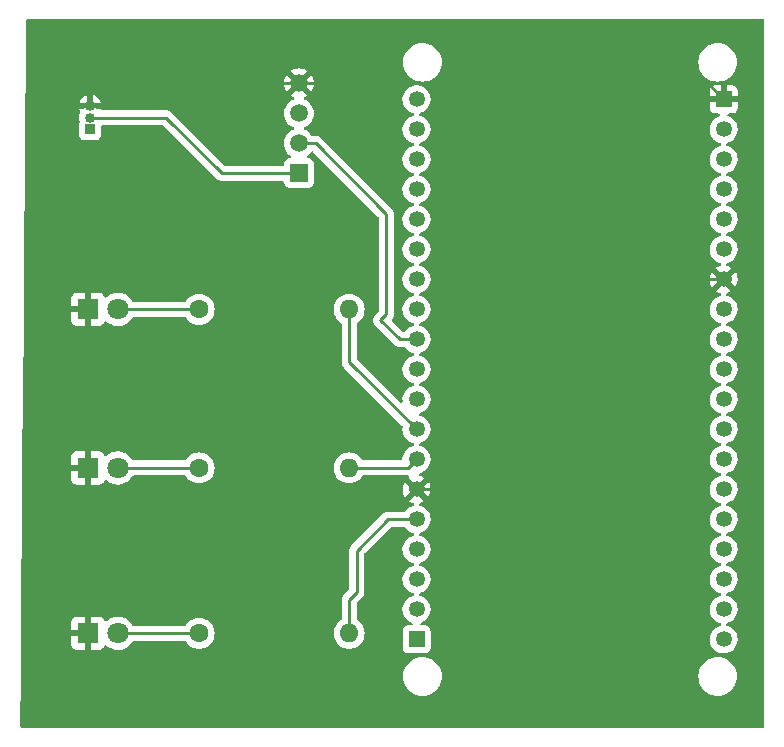
<source format=gbr>
%TF.GenerationSoftware,KiCad,Pcbnew,(6.0.8)*%
%TF.CreationDate,2022-11-02T08:43:43+01:00*%
%TF.ProjectId,project_capteur_CO2,70726f6a-6563-4745-9f63-617074657572,rev?*%
%TF.SameCoordinates,Original*%
%TF.FileFunction,Copper,L1,Top*%
%TF.FilePolarity,Positive*%
%FSLAX46Y46*%
G04 Gerber Fmt 4.6, Leading zero omitted, Abs format (unit mm)*
G04 Created by KiCad (PCBNEW (6.0.8)) date 2022-11-02 08:43:43*
%MOMM*%
%LPD*%
G01*
G04 APERTURE LIST*
%TA.AperFunction,ComponentPad*%
%ADD10R,0.850000X0.850000*%
%TD*%
%TA.AperFunction,ComponentPad*%
%ADD11O,0.850000X0.850000*%
%TD*%
%TA.AperFunction,ComponentPad*%
%ADD12C,1.350000*%
%TD*%
%TA.AperFunction,ComponentPad*%
%ADD13R,1.350000X1.350000*%
%TD*%
%TA.AperFunction,ComponentPad*%
%ADD14R,1.800000X1.800000*%
%TD*%
%TA.AperFunction,ComponentPad*%
%ADD15C,1.800000*%
%TD*%
%TA.AperFunction,ComponentPad*%
%ADD16C,1.600000*%
%TD*%
%TA.AperFunction,ComponentPad*%
%ADD17O,1.600000X1.600000*%
%TD*%
%TA.AperFunction,ComponentPad*%
%ADD18R,1.500000X1.500000*%
%TD*%
%TA.AperFunction,ComponentPad*%
%ADD19C,1.500000*%
%TD*%
%TA.AperFunction,Conductor*%
%ADD20C,0.250000*%
%TD*%
G04 APERTURE END LIST*
D10*
%TO.P,J1,1,Pin_1*%
%TO.N,Net-(J1-Pad1)*%
X185420000Y-53340000D03*
D11*
%TO.P,J1,2,Pin_2*%
%TO.N,Net-(J1-Pad2)*%
X185420000Y-52340000D03*
%TO.P,J1,3,Pin_3*%
%TO.N,GND*%
X185420000Y-51340000D03*
%TD*%
D12*
%TO.P,U1,J5_19,3V3*%
%TO.N,Net-(J1-Pad2)*%
X213060000Y-50800000D03*
%TO.P,U1,J5_18,EN*%
%TO.N,unconnected-(U1-PadJ5_18)*%
X213060000Y-53340000D03*
D13*
%TO.P,U1,J5_1,5V*%
%TO.N,unconnected-(U1-PadJ5_1)*%
X213060000Y-96520000D03*
D12*
%TO.P,U1,J5_17,SP*%
%TO.N,unconnected-(U1-PadJ5_17)*%
X213060000Y-55880000D03*
%TO.P,U1,J5_16,SN*%
%TO.N,unconnected-(U1-PadJ5_16)*%
X213060000Y-58420000D03*
%TO.P,U1,J5_15,G34*%
%TO.N,unconnected-(U1-PadJ5_15)*%
X213060000Y-60960000D03*
%TO.P,U1,J5_14,G35*%
%TO.N,Net-(J1-Pad1)*%
X213060000Y-63500000D03*
%TO.P,U1,J5_13,G32*%
%TO.N,unconnected-(U1-PadJ5_13)*%
X213060000Y-66040000D03*
%TO.P,U1,J5_12,G33*%
%TO.N,unconnected-(U1-PadJ5_12)*%
X213060000Y-68580000D03*
%TO.P,U1,J5_11,G25*%
%TO.N,Net-(U1-PadJ5_11)*%
X213060000Y-71120000D03*
%TO.P,U1,J5_10,G26*%
%TO.N,unconnected-(U1-PadJ5_10)*%
X213060000Y-73660000D03*
%TO.P,U1,J5_9,G27*%
%TO.N,unconnected-(U1-PadJ5_9)*%
X213060000Y-76200000D03*
%TO.P,U1,J5_8,G14*%
%TO.N,Net-(R3-Pad2)*%
X213060000Y-78740000D03*
%TO.P,U1,J5_7,G12*%
%TO.N,Net-(R2-Pad2)*%
X213060000Y-81280000D03*
%TO.P,U1,J5_6,GND*%
%TO.N,GND*%
X213060000Y-83820000D03*
%TO.P,U1,J5_5,G13*%
%TO.N,Net-(R1-Pad2)*%
X213060000Y-86360000D03*
%TO.P,U1,J5_4,SD2*%
%TO.N,unconnected-(U1-PadJ5_4)*%
X213060000Y-88900000D03*
%TO.P,U1,J5_3,SD3*%
%TO.N,unconnected-(U1-PadJ5_3)*%
X213060000Y-91440000D03*
%TO.P,U1,J5_2,CMD*%
%TO.N,unconnected-(U1-PadJ5_2)*%
X213060000Y-93980000D03*
%TO.P,U1,J4_19,CLK*%
%TO.N,unconnected-(U1-PadJ4_19)*%
X239060000Y-96520000D03*
%TO.P,U1,J4_18,SD0*%
%TO.N,unconnected-(U1-PadJ4_18)*%
X239060000Y-93980000D03*
%TO.P,U1,J4_17,SD1*%
%TO.N,unconnected-(U1-PadJ4_17)*%
X239060000Y-91440000D03*
%TO.P,U1,J4_16,G15*%
%TO.N,unconnected-(U1-PadJ4_16)*%
X239060000Y-88900000D03*
%TO.P,U1,J4_15,G2*%
%TO.N,unconnected-(U1-PadJ4_15)*%
X239060000Y-86360000D03*
%TO.P,U1,J4_14,G0*%
%TO.N,unconnected-(U1-PadJ4_14)*%
X239060000Y-83820000D03*
%TO.P,U1,J4_13,G4*%
%TO.N,unconnected-(U1-PadJ4_13)*%
X239060000Y-81280000D03*
%TO.P,U1,J4_12,G16*%
%TO.N,unconnected-(U1-PadJ4_12)*%
X239060000Y-78740000D03*
%TO.P,U1,J4_11,G17*%
%TO.N,unconnected-(U1-PadJ4_11)*%
X239060000Y-76200000D03*
%TO.P,U1,J4_10,G5*%
%TO.N,unconnected-(U1-PadJ4_10)*%
X239060000Y-73660000D03*
%TO.P,U1,J4_9,G18*%
%TO.N,unconnected-(U1-PadJ4_9)*%
X239060000Y-71120000D03*
%TO.P,U1,J4_8,G19*%
%TO.N,unconnected-(U1-PadJ4_8)*%
X239060000Y-68580000D03*
%TO.P,U1,J4_7,GND*%
%TO.N,GND*%
X239060000Y-66040000D03*
%TO.P,U1,J4_6,G21*%
%TO.N,unconnected-(U1-PadJ4_6)*%
X239060000Y-63500000D03*
%TO.P,U1,J4_5,RXD*%
%TO.N,unconnected-(U1-PadJ4_5)*%
X239060000Y-60960000D03*
%TO.P,U1,J4_4,TXD*%
%TO.N,unconnected-(U1-PadJ4_4)*%
X239060000Y-58420000D03*
%TO.P,U1,J4_3,G22*%
%TO.N,unconnected-(U1-PadJ4_3)*%
X239060000Y-55880000D03*
%TO.P,U1,J4_2,G23*%
%TO.N,unconnected-(U1-PadJ4_2)*%
X239060000Y-53340000D03*
D13*
%TO.P,U1,J4_1,GND*%
%TO.N,GND*%
X239060000Y-50800000D03*
%TD*%
D14*
%TO.P,D3,1,K*%
%TO.N,GND*%
X185225000Y-68580000D03*
D15*
%TO.P,D3,2,A*%
%TO.N,Net-(D3-Pad2)*%
X187765000Y-68580000D03*
%TD*%
D14*
%TO.P,D2,1,K*%
%TO.N,GND*%
X185225000Y-82000000D03*
D15*
%TO.P,D2,2,A*%
%TO.N,Net-(D2-Pad2)*%
X187765000Y-82000000D03*
%TD*%
D14*
%TO.P,D1,1,K*%
%TO.N,GND*%
X185225000Y-96000000D03*
D15*
%TO.P,D1,2,A*%
%TO.N,Net-(D1-Pad2)*%
X187765000Y-96000000D03*
%TD*%
D16*
%TO.P,R3,1*%
%TO.N,Net-(D3-Pad2)*%
X194650000Y-68580000D03*
D17*
%TO.P,R3,2*%
%TO.N,Net-(R3-Pad2)*%
X207350000Y-68580000D03*
%TD*%
D16*
%TO.P,R2,1*%
%TO.N,Net-(D2-Pad2)*%
X194650000Y-82000000D03*
D17*
%TO.P,R2,2*%
%TO.N,Net-(R2-Pad2)*%
X207350000Y-82000000D03*
%TD*%
D16*
%TO.P,R1,1*%
%TO.N,Net-(D1-Pad2)*%
X194650000Y-96000000D03*
D17*
%TO.P,R1,2*%
%TO.N,Net-(R1-Pad2)*%
X207350000Y-96000000D03*
%TD*%
D18*
%TO.P,U2,1,VCC*%
%TO.N,Net-(J1-Pad2)*%
X203102500Y-57052500D03*
D19*
%TO.P,U2,2,IO*%
%TO.N,Net-(U1-PadJ5_11)*%
X203102500Y-54512500D03*
%TO.P,U2,3,NC*%
%TO.N,unconnected-(U2-Pad3)*%
X203102500Y-51972500D03*
%TO.P,U2,4,GND*%
%TO.N,GND*%
X203102500Y-49432500D03*
%TD*%
D20*
%TO.N,GND*%
X185225000Y-68580000D02*
X185225000Y-60725000D01*
X185225000Y-60725000D02*
X181500000Y-57000000D01*
X181500000Y-57000000D02*
X181500000Y-55260000D01*
X237692500Y-49432500D02*
X239060000Y-50800000D01*
X203102500Y-49432500D02*
X237692500Y-49432500D01*
X185225000Y-68580000D02*
X185225000Y-82000000D01*
X185225000Y-96000000D02*
X185225000Y-82000000D01*
%TO.N,Net-(U1-PadJ5_11)*%
X210500000Y-69000000D02*
X210000000Y-69500000D01*
X210500000Y-60500000D02*
X210500000Y-69000000D01*
X204512500Y-54512500D02*
X210500000Y-60500000D01*
X210000000Y-69500000D02*
X211620000Y-71120000D01*
X211620000Y-71120000D02*
X213060000Y-71120000D01*
X203102500Y-54512500D02*
X204512500Y-54512500D01*
%TO.N,Net-(J1-Pad2)*%
X191840000Y-52340000D02*
X196552500Y-57052500D01*
X196552500Y-57052500D02*
X203102500Y-57052500D01*
X185420000Y-52340000D02*
X191840000Y-52340000D01*
%TO.N,GND*%
X193067500Y-49432500D02*
X203102500Y-49432500D01*
X191160000Y-51340000D02*
X193067500Y-49432500D01*
X185420000Y-51340000D02*
X191160000Y-51340000D01*
%TO.N,Net-(D3-Pad2)*%
X194650000Y-68580000D02*
X187765000Y-68580000D01*
%TO.N,Net-(D2-Pad2)*%
X194650000Y-82000000D02*
X187765000Y-82000000D01*
%TO.N,Net-(D1-Pad2)*%
X194650000Y-96000000D02*
X187765000Y-96000000D01*
%TO.N,Net-(R3-Pad2)*%
X207350000Y-73030000D02*
X213060000Y-78740000D01*
X207350000Y-68580000D02*
X207350000Y-73030000D01*
%TO.N,GND*%
X227000000Y-69000000D02*
X229960000Y-66040000D01*
X227000000Y-81000000D02*
X227000000Y-69000000D01*
X224180000Y-83820000D02*
X227000000Y-81000000D01*
X229960000Y-66040000D02*
X239060000Y-66040000D01*
X213060000Y-83820000D02*
X224180000Y-83820000D01*
%TO.N,Net-(R2-Pad2)*%
X212340000Y-82000000D02*
X213060000Y-81280000D01*
X207350000Y-82000000D02*
X212340000Y-82000000D01*
%TO.N,Net-(R1-Pad2)*%
X210640000Y-86360000D02*
X213060000Y-86360000D01*
X208000000Y-92545786D02*
X208000000Y-89000000D01*
X207350000Y-93195786D02*
X208000000Y-92545786D01*
X207350000Y-96000000D02*
X207350000Y-93195786D01*
X208000000Y-89000000D02*
X210640000Y-86360000D01*
%TD*%
%TA.AperFunction,Conductor*%
%TO.N,GND*%
G36*
X242442121Y-44020002D02*
G01*
X242488614Y-44073658D01*
X242500000Y-44126000D01*
X242500000Y-103874000D01*
X242479998Y-103942121D01*
X242426342Y-103988614D01*
X242374000Y-104000000D01*
X179627055Y-104000000D01*
X179558934Y-103979998D01*
X179512441Y-103926342D01*
X179501059Y-103872950D01*
X179536167Y-99660000D01*
X211921449Y-99660000D01*
X211941622Y-99916326D01*
X212001645Y-100166340D01*
X212100040Y-100403887D01*
X212234384Y-100623116D01*
X212401369Y-100818631D01*
X212596884Y-100985616D01*
X212816113Y-101119960D01*
X212820683Y-101121853D01*
X212820687Y-101121855D01*
X213049087Y-101216461D01*
X213053660Y-101218355D01*
X213140502Y-101239204D01*
X213298861Y-101277223D01*
X213298867Y-101277224D01*
X213303674Y-101278378D01*
X213392965Y-101285405D01*
X213493363Y-101293307D01*
X213493372Y-101293307D01*
X213495820Y-101293500D01*
X213624180Y-101293500D01*
X213626628Y-101293307D01*
X213626637Y-101293307D01*
X213727035Y-101285405D01*
X213816326Y-101278378D01*
X213821133Y-101277224D01*
X213821139Y-101277223D01*
X213979498Y-101239204D01*
X214066340Y-101218355D01*
X214070913Y-101216461D01*
X214299313Y-101121855D01*
X214299317Y-101121853D01*
X214303887Y-101119960D01*
X214523116Y-100985616D01*
X214718631Y-100818631D01*
X214885616Y-100623116D01*
X215019960Y-100403887D01*
X215118355Y-100166340D01*
X215178378Y-99916326D01*
X215198551Y-99660000D01*
X236921449Y-99660000D01*
X236941622Y-99916326D01*
X237001645Y-100166340D01*
X237100040Y-100403887D01*
X237234384Y-100623116D01*
X237401369Y-100818631D01*
X237596884Y-100985616D01*
X237816113Y-101119960D01*
X237820683Y-101121853D01*
X237820687Y-101121855D01*
X238049087Y-101216461D01*
X238053660Y-101218355D01*
X238140502Y-101239204D01*
X238298861Y-101277223D01*
X238298867Y-101277224D01*
X238303674Y-101278378D01*
X238392965Y-101285405D01*
X238493363Y-101293307D01*
X238493372Y-101293307D01*
X238495820Y-101293500D01*
X238624180Y-101293500D01*
X238626628Y-101293307D01*
X238626637Y-101293307D01*
X238727035Y-101285405D01*
X238816326Y-101278378D01*
X238821133Y-101277224D01*
X238821139Y-101277223D01*
X238979498Y-101239204D01*
X239066340Y-101218355D01*
X239070913Y-101216461D01*
X239299313Y-101121855D01*
X239299317Y-101121853D01*
X239303887Y-101119960D01*
X239523116Y-100985616D01*
X239718631Y-100818631D01*
X239885616Y-100623116D01*
X240019960Y-100403887D01*
X240118355Y-100166340D01*
X240178378Y-99916326D01*
X240198551Y-99660000D01*
X240178378Y-99403674D01*
X240118355Y-99153660D01*
X240019960Y-98916113D01*
X239885616Y-98696884D01*
X239718631Y-98501369D01*
X239523116Y-98334384D01*
X239303887Y-98200040D01*
X239299317Y-98198147D01*
X239299313Y-98198145D01*
X239070913Y-98103539D01*
X239070911Y-98103538D01*
X239066340Y-98101645D01*
X238979498Y-98080796D01*
X238821139Y-98042777D01*
X238821133Y-98042776D01*
X238816326Y-98041622D01*
X238727035Y-98034595D01*
X238626637Y-98026693D01*
X238626628Y-98026693D01*
X238624180Y-98026500D01*
X238495820Y-98026500D01*
X238493372Y-98026693D01*
X238493363Y-98026693D01*
X238392965Y-98034595D01*
X238303674Y-98041622D01*
X238298867Y-98042776D01*
X238298861Y-98042777D01*
X238140502Y-98080796D01*
X238053660Y-98101645D01*
X238049089Y-98103538D01*
X238049087Y-98103539D01*
X237820687Y-98198145D01*
X237820683Y-98198147D01*
X237816113Y-98200040D01*
X237596884Y-98334384D01*
X237401369Y-98501369D01*
X237234384Y-98696884D01*
X237100040Y-98916113D01*
X237001645Y-99153660D01*
X236941622Y-99403674D01*
X236921449Y-99660000D01*
X215198551Y-99660000D01*
X215178378Y-99403674D01*
X215118355Y-99153660D01*
X215019960Y-98916113D01*
X214885616Y-98696884D01*
X214718631Y-98501369D01*
X214523116Y-98334384D01*
X214303887Y-98200040D01*
X214299317Y-98198147D01*
X214299313Y-98198145D01*
X214070913Y-98103539D01*
X214070911Y-98103538D01*
X214066340Y-98101645D01*
X213979498Y-98080796D01*
X213821139Y-98042777D01*
X213821133Y-98042776D01*
X213816326Y-98041622D01*
X213727035Y-98034595D01*
X213626637Y-98026693D01*
X213626628Y-98026693D01*
X213624180Y-98026500D01*
X213495820Y-98026500D01*
X213493372Y-98026693D01*
X213493363Y-98026693D01*
X213392965Y-98034595D01*
X213303674Y-98041622D01*
X213298867Y-98042776D01*
X213298861Y-98042777D01*
X213140502Y-98080796D01*
X213053660Y-98101645D01*
X213049089Y-98103538D01*
X213049087Y-98103539D01*
X212820687Y-98198145D01*
X212820683Y-98198147D01*
X212816113Y-98200040D01*
X212596884Y-98334384D01*
X212401369Y-98501369D01*
X212234384Y-98696884D01*
X212100040Y-98916113D01*
X212001645Y-99153660D01*
X211941622Y-99403674D01*
X211921449Y-99660000D01*
X179536167Y-99660000D01*
X179558794Y-96944669D01*
X183817001Y-96944669D01*
X183817371Y-96951490D01*
X183822895Y-97002352D01*
X183826521Y-97017604D01*
X183871676Y-97138054D01*
X183880214Y-97153649D01*
X183956715Y-97255724D01*
X183969276Y-97268285D01*
X184071351Y-97344786D01*
X184086946Y-97353324D01*
X184207394Y-97398478D01*
X184222649Y-97402105D01*
X184273514Y-97407631D01*
X184280328Y-97408000D01*
X184952885Y-97408000D01*
X184968124Y-97403525D01*
X184969329Y-97402135D01*
X184971000Y-97394452D01*
X184971000Y-97389884D01*
X185479000Y-97389884D01*
X185483475Y-97405123D01*
X185484865Y-97406328D01*
X185492548Y-97407999D01*
X186169669Y-97407999D01*
X186176490Y-97407629D01*
X186227352Y-97402105D01*
X186242604Y-97398479D01*
X186363054Y-97353324D01*
X186378649Y-97344786D01*
X186480724Y-97268285D01*
X186493285Y-97255724D01*
X186569786Y-97153649D01*
X186578324Y-97138054D01*
X186599773Y-97080840D01*
X186642415Y-97024075D01*
X186708977Y-96999376D01*
X186778325Y-97014584D01*
X186798240Y-97028126D01*
X186930010Y-97137523D01*
X186954349Y-97157730D01*
X187154322Y-97274584D01*
X187370694Y-97357209D01*
X187375760Y-97358240D01*
X187375761Y-97358240D01*
X187386604Y-97360446D01*
X187597656Y-97403385D01*
X187728324Y-97408176D01*
X187823949Y-97411683D01*
X187823953Y-97411683D01*
X187829113Y-97411872D01*
X187834233Y-97411216D01*
X187834235Y-97411216D01*
X187933668Y-97398478D01*
X188058847Y-97382442D01*
X188063795Y-97380957D01*
X188063802Y-97380956D01*
X188275747Y-97317369D01*
X188280690Y-97315886D01*
X188285565Y-97313498D01*
X188484049Y-97216262D01*
X188484052Y-97216260D01*
X188488684Y-97213991D01*
X188677243Y-97079494D01*
X188841303Y-96916005D01*
X188976458Y-96727917D01*
X188988440Y-96703672D01*
X189036553Y-96651466D01*
X189101397Y-96633500D01*
X193430606Y-96633500D01*
X193498727Y-96653502D01*
X193533819Y-96687229D01*
X193637093Y-96834719D01*
X193643802Y-96844300D01*
X193805700Y-97006198D01*
X193810208Y-97009355D01*
X193810211Y-97009357D01*
X193810821Y-97009784D01*
X193993251Y-97137523D01*
X193998233Y-97139846D01*
X193998238Y-97139849D01*
X194157238Y-97213991D01*
X194200757Y-97234284D01*
X194206065Y-97235706D01*
X194206067Y-97235707D01*
X194416598Y-97292119D01*
X194416600Y-97292119D01*
X194421913Y-97293543D01*
X194650000Y-97313498D01*
X194878087Y-97293543D01*
X194883400Y-97292119D01*
X194883402Y-97292119D01*
X195093933Y-97235707D01*
X195093935Y-97235706D01*
X195099243Y-97234284D01*
X195142762Y-97213991D01*
X195301762Y-97139849D01*
X195301767Y-97139846D01*
X195306749Y-97137523D01*
X195489179Y-97009784D01*
X195489789Y-97009357D01*
X195489792Y-97009355D01*
X195494300Y-97006198D01*
X195656198Y-96844300D01*
X195787523Y-96656749D01*
X195789846Y-96651767D01*
X195789849Y-96651762D01*
X195881961Y-96454225D01*
X195881961Y-96454224D01*
X195884284Y-96449243D01*
X195932970Y-96267548D01*
X195942119Y-96233402D01*
X195942119Y-96233400D01*
X195943543Y-96228087D01*
X195963498Y-96000000D01*
X206036502Y-96000000D01*
X206056457Y-96228087D01*
X206057881Y-96233400D01*
X206057881Y-96233402D01*
X206067031Y-96267548D01*
X206115716Y-96449243D01*
X206118039Y-96454224D01*
X206118039Y-96454225D01*
X206210151Y-96651762D01*
X206210154Y-96651767D01*
X206212477Y-96656749D01*
X206343802Y-96844300D01*
X206505700Y-97006198D01*
X206510208Y-97009355D01*
X206510211Y-97009357D01*
X206510821Y-97009784D01*
X206693251Y-97137523D01*
X206698233Y-97139846D01*
X206698238Y-97139849D01*
X206857238Y-97213991D01*
X206900757Y-97234284D01*
X206906065Y-97235706D01*
X206906067Y-97235707D01*
X207116598Y-97292119D01*
X207116600Y-97292119D01*
X207121913Y-97293543D01*
X207350000Y-97313498D01*
X207578087Y-97293543D01*
X207583400Y-97292119D01*
X207583402Y-97292119D01*
X207793933Y-97235707D01*
X207793935Y-97235706D01*
X207799243Y-97234284D01*
X207842762Y-97213991D01*
X208001762Y-97139849D01*
X208001767Y-97139846D01*
X208006749Y-97137523D01*
X208189179Y-97009784D01*
X208189789Y-97009357D01*
X208189792Y-97009355D01*
X208194300Y-97006198D01*
X208356198Y-96844300D01*
X208487523Y-96656749D01*
X208489846Y-96651767D01*
X208489849Y-96651762D01*
X208581961Y-96454225D01*
X208581961Y-96454224D01*
X208584284Y-96449243D01*
X208632970Y-96267548D01*
X208642119Y-96233402D01*
X208642119Y-96233400D01*
X208643543Y-96228087D01*
X208663498Y-96000000D01*
X208643543Y-95771913D01*
X208635829Y-95743124D01*
X208585707Y-95556067D01*
X208585706Y-95556065D01*
X208584284Y-95550757D01*
X208552101Y-95481739D01*
X208489849Y-95348238D01*
X208489846Y-95348233D01*
X208487523Y-95343251D01*
X208402810Y-95222268D01*
X208359357Y-95160211D01*
X208359355Y-95160208D01*
X208356198Y-95155700D01*
X208194300Y-94993802D01*
X208189792Y-94990645D01*
X208189789Y-94990643D01*
X208037229Y-94883819D01*
X207992901Y-94828362D01*
X207983500Y-94780606D01*
X207983500Y-93510381D01*
X208003502Y-93442260D01*
X208020405Y-93421285D01*
X208392258Y-93049433D01*
X208400537Y-93041899D01*
X208407018Y-93037786D01*
X208453644Y-92988134D01*
X208456398Y-92985293D01*
X208476135Y-92965556D01*
X208478615Y-92962359D01*
X208486320Y-92953337D01*
X208511159Y-92926886D01*
X208516586Y-92921107D01*
X208520405Y-92914161D01*
X208520407Y-92914158D01*
X208526348Y-92903352D01*
X208537199Y-92886833D01*
X208544758Y-92877087D01*
X208549614Y-92870827D01*
X208552759Y-92863558D01*
X208552762Y-92863554D01*
X208567174Y-92830249D01*
X208572391Y-92819599D01*
X208593695Y-92780846D01*
X208598733Y-92761223D01*
X208605137Y-92742520D01*
X208610033Y-92731206D01*
X208610033Y-92731205D01*
X208613181Y-92723931D01*
X208614420Y-92716108D01*
X208614423Y-92716098D01*
X208620099Y-92680262D01*
X208622505Y-92668642D01*
X208631528Y-92633497D01*
X208631528Y-92633496D01*
X208633500Y-92625816D01*
X208633500Y-92605562D01*
X208635051Y-92585851D01*
X208636980Y-92573672D01*
X208638220Y-92565843D01*
X208634059Y-92521824D01*
X208633500Y-92509967D01*
X208633500Y-89314594D01*
X208653502Y-89246473D01*
X208670405Y-89225499D01*
X210865500Y-87030405D01*
X210927812Y-86996379D01*
X210954595Y-86993500D01*
X211993139Y-86993500D01*
X212061260Y-87013502D01*
X212096036Y-87046779D01*
X212156204Y-87131914D01*
X212312009Y-87283692D01*
X212492863Y-87404536D01*
X212498171Y-87406817D01*
X212498172Y-87406817D01*
X212687409Y-87488119D01*
X212687412Y-87488120D01*
X212692712Y-87490397D01*
X212741995Y-87501549D01*
X212757825Y-87505131D01*
X212819851Y-87539675D01*
X212853356Y-87602268D01*
X212847700Y-87673039D01*
X212804681Y-87729518D01*
X212762626Y-87749731D01*
X212758073Y-87750951D01*
X212752375Y-87751930D01*
X212548307Y-87827214D01*
X212361376Y-87938427D01*
X212197842Y-88081842D01*
X212063181Y-88252658D01*
X211961905Y-88445154D01*
X211960192Y-88450671D01*
X211904003Y-88631628D01*
X211897403Y-88652882D01*
X211871837Y-88868887D01*
X211886063Y-89085933D01*
X211887484Y-89091529D01*
X211887485Y-89091534D01*
X211926835Y-89246473D01*
X211939605Y-89296753D01*
X212030668Y-89494285D01*
X212156204Y-89671914D01*
X212312009Y-89823692D01*
X212492863Y-89944536D01*
X212498171Y-89946817D01*
X212498172Y-89946817D01*
X212687409Y-90028119D01*
X212687412Y-90028120D01*
X212692712Y-90030397D01*
X212741995Y-90041549D01*
X212757825Y-90045131D01*
X212819851Y-90079675D01*
X212853356Y-90142268D01*
X212847700Y-90213039D01*
X212804681Y-90269518D01*
X212762626Y-90289731D01*
X212758073Y-90290951D01*
X212752375Y-90291930D01*
X212548307Y-90367214D01*
X212361376Y-90478427D01*
X212197842Y-90621842D01*
X212063181Y-90792658D01*
X211961905Y-90985154D01*
X211897403Y-91192882D01*
X211871837Y-91408887D01*
X211886063Y-91625933D01*
X211887484Y-91631529D01*
X211887485Y-91631534D01*
X211938184Y-91831158D01*
X211939605Y-91836753D01*
X212030668Y-92034285D01*
X212156204Y-92211914D01*
X212312009Y-92363692D01*
X212492863Y-92484536D01*
X212498171Y-92486817D01*
X212498172Y-92486817D01*
X212687409Y-92568119D01*
X212687412Y-92568120D01*
X212692712Y-92570397D01*
X212741995Y-92581549D01*
X212757825Y-92585131D01*
X212819851Y-92619675D01*
X212853356Y-92682268D01*
X212847700Y-92753039D01*
X212804681Y-92809518D01*
X212762626Y-92829731D01*
X212758073Y-92830951D01*
X212752375Y-92831930D01*
X212548307Y-92907214D01*
X212361376Y-93018427D01*
X212197842Y-93161842D01*
X212063181Y-93332658D01*
X211961905Y-93525154D01*
X211897403Y-93732882D01*
X211871837Y-93948887D01*
X211886063Y-94165933D01*
X211887484Y-94171529D01*
X211887485Y-94171534D01*
X211938184Y-94371158D01*
X211939605Y-94376753D01*
X212030668Y-94574285D01*
X212034001Y-94579001D01*
X212123740Y-94705978D01*
X212156204Y-94751914D01*
X212312009Y-94903692D01*
X212492863Y-95024536D01*
X212498171Y-95026817D01*
X212498172Y-95026817D01*
X212656250Y-95094732D01*
X212710944Y-95140000D01*
X212732481Y-95207651D01*
X212714024Y-95276207D01*
X212661433Y-95323901D01*
X212606513Y-95336500D01*
X212336866Y-95336500D01*
X212274684Y-95343255D01*
X212138295Y-95394385D01*
X212021739Y-95481739D01*
X211934385Y-95598295D01*
X211883255Y-95734684D01*
X211876500Y-95796866D01*
X211876500Y-97243134D01*
X211883255Y-97305316D01*
X211934385Y-97441705D01*
X212021739Y-97558261D01*
X212138295Y-97645615D01*
X212274684Y-97696745D01*
X212336866Y-97703500D01*
X213783134Y-97703500D01*
X213845316Y-97696745D01*
X213981705Y-97645615D01*
X214098261Y-97558261D01*
X214185615Y-97441705D01*
X214236745Y-97305316D01*
X214243500Y-97243134D01*
X214243500Y-96488887D01*
X237871837Y-96488887D01*
X237886063Y-96705933D01*
X237887484Y-96711529D01*
X237887485Y-96711534D01*
X237918771Y-96834719D01*
X237939605Y-96916753D01*
X237942022Y-96921996D01*
X237979043Y-97002301D01*
X238030668Y-97114285D01*
X238034001Y-97119001D01*
X238139505Y-97268285D01*
X238156204Y-97291914D01*
X238312009Y-97443692D01*
X238492863Y-97564536D01*
X238498171Y-97566817D01*
X238498172Y-97566817D01*
X238687409Y-97648119D01*
X238687412Y-97648120D01*
X238692712Y-97650397D01*
X238698342Y-97651671D01*
X238796464Y-97673874D01*
X238904860Y-97698402D01*
X238910631Y-97698629D01*
X238910633Y-97698629D01*
X238983620Y-97701496D01*
X239122205Y-97706941D01*
X239337466Y-97675730D01*
X239342930Y-97673875D01*
X239342935Y-97673874D01*
X239537963Y-97607671D01*
X239537968Y-97607669D01*
X239543435Y-97605813D01*
X239733213Y-97499532D01*
X239900446Y-97360446D01*
X240039532Y-97193213D01*
X240139569Y-97014584D01*
X240142989Y-97008478D01*
X240142990Y-97008476D01*
X240145813Y-97003435D01*
X240147669Y-96997968D01*
X240147671Y-96997963D01*
X240213874Y-96802935D01*
X240213875Y-96802930D01*
X240215730Y-96797466D01*
X240246941Y-96582205D01*
X240248570Y-96520000D01*
X240228667Y-96303400D01*
X240169626Y-96094055D01*
X240073423Y-95898974D01*
X239956609Y-95742540D01*
X239946733Y-95729315D01*
X239946732Y-95729314D01*
X239943280Y-95724691D01*
X239815641Y-95606703D01*
X239787796Y-95580963D01*
X239787793Y-95580961D01*
X239783556Y-95577044D01*
X239599599Y-95460976D01*
X239397572Y-95380376D01*
X239366453Y-95374186D01*
X239303544Y-95341278D01*
X239268412Y-95279583D01*
X239272212Y-95208689D01*
X239313738Y-95151103D01*
X239350534Y-95131294D01*
X239537963Y-95067671D01*
X239537968Y-95067669D01*
X239543435Y-95065813D01*
X239562158Y-95055328D01*
X239665150Y-94997649D01*
X239733213Y-94959532D01*
X239900446Y-94820446D01*
X240039532Y-94653213D01*
X240145813Y-94463435D01*
X240147669Y-94457968D01*
X240147671Y-94457963D01*
X240213874Y-94262935D01*
X240213875Y-94262930D01*
X240215730Y-94257466D01*
X240246941Y-94042205D01*
X240248570Y-93980000D01*
X240228667Y-93763400D01*
X240169626Y-93554055D01*
X240073423Y-93358974D01*
X239969458Y-93219747D01*
X239946733Y-93189315D01*
X239946732Y-93189314D01*
X239943280Y-93184691D01*
X239914446Y-93158037D01*
X239787796Y-93040963D01*
X239787793Y-93040961D01*
X239783556Y-93037044D01*
X239599599Y-92920976D01*
X239397572Y-92840376D01*
X239366453Y-92834186D01*
X239303544Y-92801278D01*
X239268412Y-92739583D01*
X239272212Y-92668689D01*
X239313738Y-92611103D01*
X239350534Y-92591294D01*
X239537963Y-92527671D01*
X239537968Y-92527669D01*
X239543435Y-92525813D01*
X239561117Y-92515911D01*
X239622872Y-92481326D01*
X239733213Y-92419532D01*
X239900446Y-92280446D01*
X240039532Y-92113213D01*
X240145813Y-91923435D01*
X240147669Y-91917968D01*
X240147671Y-91917963D01*
X240213874Y-91722935D01*
X240213875Y-91722930D01*
X240215730Y-91717466D01*
X240246941Y-91502205D01*
X240248570Y-91440000D01*
X240228667Y-91223400D01*
X240169626Y-91014055D01*
X240073423Y-90818974D01*
X239943280Y-90644691D01*
X239783556Y-90497044D01*
X239599599Y-90380976D01*
X239397572Y-90300376D01*
X239366453Y-90294186D01*
X239303544Y-90261278D01*
X239268412Y-90199583D01*
X239272212Y-90128689D01*
X239313738Y-90071103D01*
X239350534Y-90051294D01*
X239537963Y-89987671D01*
X239537968Y-89987669D01*
X239543435Y-89985813D01*
X239733213Y-89879532D01*
X239900446Y-89740446D01*
X240039532Y-89573213D01*
X240145813Y-89383435D01*
X240147669Y-89377968D01*
X240147671Y-89377963D01*
X240213874Y-89182935D01*
X240213875Y-89182930D01*
X240215730Y-89177466D01*
X240246941Y-88962205D01*
X240248570Y-88900000D01*
X240228667Y-88683400D01*
X240226287Y-88674959D01*
X240171195Y-88479619D01*
X240169626Y-88474055D01*
X240073423Y-88278974D01*
X239943280Y-88104691D01*
X239783556Y-87957044D01*
X239599599Y-87840976D01*
X239397572Y-87760376D01*
X239366453Y-87754186D01*
X239303544Y-87721278D01*
X239268412Y-87659583D01*
X239272212Y-87588689D01*
X239313738Y-87531103D01*
X239350534Y-87511294D01*
X239537963Y-87447671D01*
X239537968Y-87447669D01*
X239543435Y-87445813D01*
X239733213Y-87339532D01*
X239900446Y-87200446D01*
X240039532Y-87033213D01*
X240145813Y-86843435D01*
X240147669Y-86837968D01*
X240147671Y-86837963D01*
X240213874Y-86642935D01*
X240213875Y-86642930D01*
X240215730Y-86637466D01*
X240246941Y-86422205D01*
X240248570Y-86360000D01*
X240228667Y-86143400D01*
X240169626Y-85934055D01*
X240082708Y-85757802D01*
X240075978Y-85744155D01*
X240073423Y-85738974D01*
X240064480Y-85726997D01*
X239946733Y-85569315D01*
X239946732Y-85569314D01*
X239943280Y-85564691D01*
X239783556Y-85417044D01*
X239599599Y-85300976D01*
X239397572Y-85220376D01*
X239366453Y-85214186D01*
X239303544Y-85181278D01*
X239268412Y-85119583D01*
X239272212Y-85048689D01*
X239313738Y-84991103D01*
X239350534Y-84971294D01*
X239537963Y-84907671D01*
X239537968Y-84907669D01*
X239543435Y-84905813D01*
X239549296Y-84902531D01*
X239684158Y-84827004D01*
X239733213Y-84799532D01*
X239900446Y-84660446D01*
X240039532Y-84493213D01*
X240145813Y-84303435D01*
X240147669Y-84297968D01*
X240147671Y-84297963D01*
X240213874Y-84102935D01*
X240213875Y-84102930D01*
X240215730Y-84097466D01*
X240246941Y-83882205D01*
X240248570Y-83820000D01*
X240228667Y-83603400D01*
X240169626Y-83394055D01*
X240073423Y-83198974D01*
X240027536Y-83137523D01*
X239946733Y-83029315D01*
X239946732Y-83029314D01*
X239943280Y-83024691D01*
X239939044Y-83020775D01*
X239787796Y-82880963D01*
X239787793Y-82880961D01*
X239783556Y-82877044D01*
X239599599Y-82760976D01*
X239397572Y-82680376D01*
X239366453Y-82674186D01*
X239303544Y-82641278D01*
X239268412Y-82579583D01*
X239272212Y-82508689D01*
X239313738Y-82451103D01*
X239350534Y-82431294D01*
X239537963Y-82367671D01*
X239537968Y-82367669D01*
X239543435Y-82365813D01*
X239733213Y-82259532D01*
X239900446Y-82120446D01*
X240039532Y-81953213D01*
X240145813Y-81763435D01*
X240147669Y-81757968D01*
X240147671Y-81757963D01*
X240213874Y-81562935D01*
X240213875Y-81562930D01*
X240215730Y-81557466D01*
X240246941Y-81342205D01*
X240248570Y-81280000D01*
X240228667Y-81063400D01*
X240226391Y-81055328D01*
X240193868Y-80940012D01*
X240169626Y-80854055D01*
X240073423Y-80658974D01*
X240049366Y-80626757D01*
X239946733Y-80489315D01*
X239946732Y-80489314D01*
X239943280Y-80484691D01*
X239783556Y-80337044D01*
X239599599Y-80220976D01*
X239397572Y-80140376D01*
X239366453Y-80134186D01*
X239303544Y-80101278D01*
X239268412Y-80039583D01*
X239272212Y-79968689D01*
X239313738Y-79911103D01*
X239350534Y-79891294D01*
X239537963Y-79827671D01*
X239537968Y-79827669D01*
X239543435Y-79825813D01*
X239733213Y-79719532D01*
X239900446Y-79580446D01*
X240039532Y-79413213D01*
X240145813Y-79223435D01*
X240147669Y-79217968D01*
X240147671Y-79217963D01*
X240213874Y-79022935D01*
X240213875Y-79022930D01*
X240215730Y-79017466D01*
X240246941Y-78802205D01*
X240248570Y-78740000D01*
X240228667Y-78523400D01*
X240215848Y-78477945D01*
X240171195Y-78319619D01*
X240169626Y-78314055D01*
X240073423Y-78118974D01*
X239943280Y-77944691D01*
X239783556Y-77797044D01*
X239599599Y-77680976D01*
X239397572Y-77600376D01*
X239366453Y-77594186D01*
X239303544Y-77561278D01*
X239268412Y-77499583D01*
X239272212Y-77428689D01*
X239313738Y-77371103D01*
X239350534Y-77351294D01*
X239537963Y-77287671D01*
X239537968Y-77287669D01*
X239543435Y-77285813D01*
X239733213Y-77179532D01*
X239900446Y-77040446D01*
X240039532Y-76873213D01*
X240145813Y-76683435D01*
X240147669Y-76677968D01*
X240147671Y-76677963D01*
X240213874Y-76482935D01*
X240213875Y-76482930D01*
X240215730Y-76477466D01*
X240246941Y-76262205D01*
X240248570Y-76200000D01*
X240228667Y-75983400D01*
X240169626Y-75774055D01*
X240073423Y-75578974D01*
X239943280Y-75404691D01*
X239783556Y-75257044D01*
X239599599Y-75140976D01*
X239397572Y-75060376D01*
X239366453Y-75054186D01*
X239303544Y-75021278D01*
X239268412Y-74959583D01*
X239272212Y-74888689D01*
X239313738Y-74831103D01*
X239350534Y-74811294D01*
X239537963Y-74747671D01*
X239537968Y-74747669D01*
X239543435Y-74745813D01*
X239733213Y-74639532D01*
X239900446Y-74500446D01*
X240039532Y-74333213D01*
X240145813Y-74143435D01*
X240147669Y-74137968D01*
X240147671Y-74137963D01*
X240213874Y-73942935D01*
X240213875Y-73942930D01*
X240215730Y-73937466D01*
X240246941Y-73722205D01*
X240248570Y-73660000D01*
X240228667Y-73443400D01*
X240169626Y-73234055D01*
X240073423Y-73038974D01*
X239943280Y-72864691D01*
X239783556Y-72717044D01*
X239599599Y-72600976D01*
X239397572Y-72520376D01*
X239366453Y-72514186D01*
X239303544Y-72481278D01*
X239268412Y-72419583D01*
X239272212Y-72348689D01*
X239313738Y-72291103D01*
X239350534Y-72271294D01*
X239537963Y-72207671D01*
X239537968Y-72207669D01*
X239543435Y-72205813D01*
X239733213Y-72099532D01*
X239900446Y-71960446D01*
X240039532Y-71793213D01*
X240145813Y-71603435D01*
X240147669Y-71597968D01*
X240147671Y-71597963D01*
X240213874Y-71402935D01*
X240213875Y-71402930D01*
X240215730Y-71397466D01*
X240246941Y-71182205D01*
X240248570Y-71120000D01*
X240228667Y-70903400D01*
X240169626Y-70694055D01*
X240073423Y-70498974D01*
X239943280Y-70324691D01*
X239783556Y-70177044D01*
X239599599Y-70060976D01*
X239397572Y-69980376D01*
X239366453Y-69974186D01*
X239303544Y-69941278D01*
X239268412Y-69879583D01*
X239272212Y-69808689D01*
X239313738Y-69751103D01*
X239350534Y-69731294D01*
X239537963Y-69667671D01*
X239537968Y-69667669D01*
X239543435Y-69665813D01*
X239554719Y-69659494D01*
X239653676Y-69604075D01*
X239733213Y-69559532D01*
X239900446Y-69420446D01*
X240039532Y-69253213D01*
X240134653Y-69083363D01*
X240142989Y-69068478D01*
X240142990Y-69068476D01*
X240145813Y-69063435D01*
X240147669Y-69057968D01*
X240147671Y-69057963D01*
X240213874Y-68862935D01*
X240213875Y-68862930D01*
X240215730Y-68857466D01*
X240246941Y-68642205D01*
X240248570Y-68580000D01*
X240228667Y-68363400D01*
X240225428Y-68351913D01*
X240171195Y-68159619D01*
X240169626Y-68154055D01*
X240073423Y-67958974D01*
X240050472Y-67928238D01*
X239946733Y-67789315D01*
X239946732Y-67789314D01*
X239943280Y-67784691D01*
X239870772Y-67717665D01*
X239787796Y-67640963D01*
X239787793Y-67640961D01*
X239783556Y-67637044D01*
X239599599Y-67520976D01*
X239397572Y-67440376D01*
X239365473Y-67433991D01*
X239302564Y-67401083D01*
X239267432Y-67339388D01*
X239271232Y-67268493D01*
X239312758Y-67210907D01*
X239349554Y-67191099D01*
X239537760Y-67127212D01*
X239548272Y-67122531D01*
X239683135Y-67047004D01*
X239692999Y-67036926D01*
X239690044Y-67029255D01*
X239072811Y-66412021D01*
X239058868Y-66404408D01*
X239057034Y-66404539D01*
X239050420Y-66408790D01*
X238435184Y-67024027D01*
X238428991Y-67035369D01*
X238438872Y-67047857D01*
X238488304Y-67080887D01*
X238498407Y-67086373D01*
X238687560Y-67167640D01*
X238698501Y-67171195D01*
X238758865Y-67184854D01*
X238820891Y-67219397D01*
X238854395Y-67281991D01*
X238848741Y-67352762D01*
X238805722Y-67409241D01*
X238763010Y-67427070D01*
X238763649Y-67429456D01*
X238758066Y-67430952D01*
X238752375Y-67431930D01*
X238548307Y-67507214D01*
X238361376Y-67618427D01*
X238197842Y-67761842D01*
X238194270Y-67766373D01*
X238074151Y-67918743D01*
X238063181Y-67932658D01*
X237961905Y-68125154D01*
X237960192Y-68130671D01*
X237900059Y-68324329D01*
X237897403Y-68332882D01*
X237871837Y-68548887D01*
X237886063Y-68765933D01*
X237887484Y-68771529D01*
X237887485Y-68771534D01*
X237936412Y-68964181D01*
X237939605Y-68976753D01*
X237942022Y-68981996D01*
X237981891Y-69068478D01*
X238030668Y-69174285D01*
X238034001Y-69179001D01*
X238128078Y-69312116D01*
X238156204Y-69351914D01*
X238160346Y-69355949D01*
X238213317Y-69407551D01*
X238312009Y-69503692D01*
X238492863Y-69624536D01*
X238498171Y-69626817D01*
X238498172Y-69626817D01*
X238687409Y-69708119D01*
X238687412Y-69708120D01*
X238692712Y-69710397D01*
X238741995Y-69721549D01*
X238757825Y-69725131D01*
X238819851Y-69759675D01*
X238853356Y-69822268D01*
X238847700Y-69893039D01*
X238804681Y-69949518D01*
X238762626Y-69969731D01*
X238758073Y-69970951D01*
X238752375Y-69971930D01*
X238548307Y-70047214D01*
X238361376Y-70158427D01*
X238197842Y-70301842D01*
X238063181Y-70472658D01*
X237961905Y-70665154D01*
X237897403Y-70872882D01*
X237871837Y-71088887D01*
X237886063Y-71305933D01*
X237887484Y-71311529D01*
X237887485Y-71311534D01*
X237938184Y-71511158D01*
X237939605Y-71516753D01*
X237942022Y-71521996D01*
X237966450Y-71574984D01*
X238030668Y-71714285D01*
X238034001Y-71719001D01*
X238072519Y-71773502D01*
X238156204Y-71891914D01*
X238312009Y-72043692D01*
X238492863Y-72164536D01*
X238498171Y-72166817D01*
X238498172Y-72166817D01*
X238687409Y-72248119D01*
X238687412Y-72248120D01*
X238692712Y-72250397D01*
X238741995Y-72261549D01*
X238757825Y-72265131D01*
X238819851Y-72299675D01*
X238853356Y-72362268D01*
X238847700Y-72433039D01*
X238804681Y-72489518D01*
X238762626Y-72509731D01*
X238758073Y-72510951D01*
X238752375Y-72511930D01*
X238548307Y-72587214D01*
X238361376Y-72698427D01*
X238197842Y-72841842D01*
X238194270Y-72846373D01*
X238090633Y-72977836D01*
X238063181Y-73012658D01*
X238060493Y-73017767D01*
X238027877Y-73079760D01*
X237961905Y-73205154D01*
X237960192Y-73210671D01*
X237908175Y-73378192D01*
X237897403Y-73412882D01*
X237871837Y-73628887D01*
X237886063Y-73845933D01*
X237887484Y-73851529D01*
X237887485Y-73851534D01*
X237938184Y-74051158D01*
X237939605Y-74056753D01*
X238030668Y-74254285D01*
X238156204Y-74431914D01*
X238312009Y-74583692D01*
X238492863Y-74704536D01*
X238498171Y-74706817D01*
X238498172Y-74706817D01*
X238687409Y-74788119D01*
X238687412Y-74788120D01*
X238692712Y-74790397D01*
X238741995Y-74801549D01*
X238757825Y-74805131D01*
X238819851Y-74839675D01*
X238853356Y-74902268D01*
X238847700Y-74973039D01*
X238804681Y-75029518D01*
X238762626Y-75049731D01*
X238758073Y-75050951D01*
X238752375Y-75051930D01*
X238548307Y-75127214D01*
X238361376Y-75238427D01*
X238197842Y-75381842D01*
X238063181Y-75552658D01*
X237961905Y-75745154D01*
X237897403Y-75952882D01*
X237871837Y-76168887D01*
X237886063Y-76385933D01*
X237887484Y-76391529D01*
X237887485Y-76391534D01*
X237912468Y-76489902D01*
X237939605Y-76596753D01*
X238030668Y-76794285D01*
X238156204Y-76971914D01*
X238312009Y-77123692D01*
X238492863Y-77244536D01*
X238498171Y-77246817D01*
X238498172Y-77246817D01*
X238687409Y-77328119D01*
X238687412Y-77328120D01*
X238692712Y-77330397D01*
X238741995Y-77341549D01*
X238757825Y-77345131D01*
X238819851Y-77379675D01*
X238853356Y-77442268D01*
X238847700Y-77513039D01*
X238804681Y-77569518D01*
X238762626Y-77589731D01*
X238758073Y-77590951D01*
X238752375Y-77591930D01*
X238548307Y-77667214D01*
X238361376Y-77778427D01*
X238197842Y-77921842D01*
X238063181Y-78092658D01*
X237961905Y-78285154D01*
X237960192Y-78290671D01*
X237916257Y-78432164D01*
X237897403Y-78492882D01*
X237871837Y-78708887D01*
X237886063Y-78925933D01*
X237887484Y-78931529D01*
X237887485Y-78931534D01*
X237938184Y-79131158D01*
X237939605Y-79136753D01*
X238030668Y-79334285D01*
X238156204Y-79511914D01*
X238312009Y-79663692D01*
X238492863Y-79784536D01*
X238498171Y-79786817D01*
X238498172Y-79786817D01*
X238687409Y-79868119D01*
X238687412Y-79868120D01*
X238692712Y-79870397D01*
X238741995Y-79881549D01*
X238757825Y-79885131D01*
X238819851Y-79919675D01*
X238853356Y-79982268D01*
X238847700Y-80053039D01*
X238804681Y-80109518D01*
X238762626Y-80129731D01*
X238758073Y-80130951D01*
X238752375Y-80131930D01*
X238548307Y-80207214D01*
X238361376Y-80318427D01*
X238197842Y-80461842D01*
X238194270Y-80466373D01*
X238080952Y-80610116D01*
X238063181Y-80632658D01*
X237961905Y-80825154D01*
X237960192Y-80830671D01*
X237908328Y-80997699D01*
X237897403Y-81032882D01*
X237871837Y-81248887D01*
X237886063Y-81465933D01*
X237887484Y-81471529D01*
X237887485Y-81471534D01*
X237938184Y-81671158D01*
X237939605Y-81676753D01*
X238030668Y-81874285D01*
X238156204Y-82051914D01*
X238312009Y-82203692D01*
X238492863Y-82324536D01*
X238498171Y-82326817D01*
X238498172Y-82326817D01*
X238687409Y-82408119D01*
X238687412Y-82408120D01*
X238692712Y-82410397D01*
X238741995Y-82421549D01*
X238757825Y-82425131D01*
X238819851Y-82459675D01*
X238853356Y-82522268D01*
X238847700Y-82593039D01*
X238804681Y-82649518D01*
X238762626Y-82669731D01*
X238758073Y-82670951D01*
X238752375Y-82671930D01*
X238548307Y-82747214D01*
X238361376Y-82858427D01*
X238197842Y-83001842D01*
X238194270Y-83006373D01*
X238072892Y-83160340D01*
X238063181Y-83172658D01*
X238060493Y-83177767D01*
X238030758Y-83234284D01*
X237961905Y-83365154D01*
X237897403Y-83572882D01*
X237871837Y-83788887D01*
X237886063Y-84005933D01*
X237887484Y-84011529D01*
X237887485Y-84011534D01*
X237931390Y-84184408D01*
X237939605Y-84216753D01*
X238030668Y-84414285D01*
X238156204Y-84591914D01*
X238312009Y-84743692D01*
X238492863Y-84864536D01*
X238498171Y-84866817D01*
X238498172Y-84866817D01*
X238687409Y-84948119D01*
X238687412Y-84948120D01*
X238692712Y-84950397D01*
X238741995Y-84961549D01*
X238757825Y-84965131D01*
X238819851Y-84999675D01*
X238853356Y-85062268D01*
X238847700Y-85133039D01*
X238804681Y-85189518D01*
X238762626Y-85209731D01*
X238758073Y-85210951D01*
X238752375Y-85211930D01*
X238548307Y-85287214D01*
X238361376Y-85398427D01*
X238197842Y-85541842D01*
X238063181Y-85712658D01*
X238060493Y-85717767D01*
X238049982Y-85737745D01*
X237961905Y-85905154D01*
X237897403Y-86112882D01*
X237871837Y-86328887D01*
X237886063Y-86545933D01*
X237887484Y-86551529D01*
X237887485Y-86551534D01*
X237938184Y-86751158D01*
X237939605Y-86756753D01*
X238030668Y-86954285D01*
X238034001Y-86959001D01*
X238072519Y-87013502D01*
X238156204Y-87131914D01*
X238312009Y-87283692D01*
X238492863Y-87404536D01*
X238498171Y-87406817D01*
X238498172Y-87406817D01*
X238687409Y-87488119D01*
X238687412Y-87488120D01*
X238692712Y-87490397D01*
X238741995Y-87501549D01*
X238757825Y-87505131D01*
X238819851Y-87539675D01*
X238853356Y-87602268D01*
X238847700Y-87673039D01*
X238804681Y-87729518D01*
X238762626Y-87749731D01*
X238758073Y-87750951D01*
X238752375Y-87751930D01*
X238548307Y-87827214D01*
X238361376Y-87938427D01*
X238197842Y-88081842D01*
X238063181Y-88252658D01*
X237961905Y-88445154D01*
X237960192Y-88450671D01*
X237904003Y-88631628D01*
X237897403Y-88652882D01*
X237871837Y-88868887D01*
X237886063Y-89085933D01*
X237887484Y-89091529D01*
X237887485Y-89091534D01*
X237926835Y-89246473D01*
X237939605Y-89296753D01*
X238030668Y-89494285D01*
X238156204Y-89671914D01*
X238312009Y-89823692D01*
X238492863Y-89944536D01*
X238498171Y-89946817D01*
X238498172Y-89946817D01*
X238687409Y-90028119D01*
X238687412Y-90028120D01*
X238692712Y-90030397D01*
X238741995Y-90041549D01*
X238757825Y-90045131D01*
X238819851Y-90079675D01*
X238853356Y-90142268D01*
X238847700Y-90213039D01*
X238804681Y-90269518D01*
X238762626Y-90289731D01*
X238758073Y-90290951D01*
X238752375Y-90291930D01*
X238548307Y-90367214D01*
X238361376Y-90478427D01*
X238197842Y-90621842D01*
X238063181Y-90792658D01*
X237961905Y-90985154D01*
X237897403Y-91192882D01*
X237871837Y-91408887D01*
X237886063Y-91625933D01*
X237887484Y-91631529D01*
X237887485Y-91631534D01*
X237938184Y-91831158D01*
X237939605Y-91836753D01*
X238030668Y-92034285D01*
X238156204Y-92211914D01*
X238312009Y-92363692D01*
X238492863Y-92484536D01*
X238498171Y-92486817D01*
X238498172Y-92486817D01*
X238687409Y-92568119D01*
X238687412Y-92568120D01*
X238692712Y-92570397D01*
X238741995Y-92581549D01*
X238757825Y-92585131D01*
X238819851Y-92619675D01*
X238853356Y-92682268D01*
X238847700Y-92753039D01*
X238804681Y-92809518D01*
X238762626Y-92829731D01*
X238758073Y-92830951D01*
X238752375Y-92831930D01*
X238548307Y-92907214D01*
X238361376Y-93018427D01*
X238197842Y-93161842D01*
X238063181Y-93332658D01*
X237961905Y-93525154D01*
X237897403Y-93732882D01*
X237871837Y-93948887D01*
X237886063Y-94165933D01*
X237887484Y-94171529D01*
X237887485Y-94171534D01*
X237938184Y-94371158D01*
X237939605Y-94376753D01*
X238030668Y-94574285D01*
X238034001Y-94579001D01*
X238123740Y-94705978D01*
X238156204Y-94751914D01*
X238312009Y-94903692D01*
X238492863Y-95024536D01*
X238498171Y-95026817D01*
X238498172Y-95026817D01*
X238687409Y-95108119D01*
X238687412Y-95108120D01*
X238692712Y-95110397D01*
X238741995Y-95121549D01*
X238757825Y-95125131D01*
X238819851Y-95159675D01*
X238853356Y-95222268D01*
X238847700Y-95293039D01*
X238804681Y-95349518D01*
X238762626Y-95369731D01*
X238758073Y-95370951D01*
X238752375Y-95371930D01*
X238548307Y-95447214D01*
X238361376Y-95558427D01*
X238197842Y-95701842D01*
X238194270Y-95706373D01*
X238163031Y-95746000D01*
X238063181Y-95872658D01*
X237961905Y-96065154D01*
X237960192Y-96070671D01*
X237901877Y-96258475D01*
X237897403Y-96272882D01*
X237871837Y-96488887D01*
X214243500Y-96488887D01*
X214243500Y-95796866D01*
X214236745Y-95734684D01*
X214185615Y-95598295D01*
X214098261Y-95481739D01*
X213981705Y-95394385D01*
X213845316Y-95343255D01*
X213783134Y-95336500D01*
X213509187Y-95336500D01*
X213441066Y-95316498D01*
X213394573Y-95262842D01*
X213384469Y-95192568D01*
X213413963Y-95127988D01*
X213468684Y-95091187D01*
X213543435Y-95065813D01*
X213562158Y-95055328D01*
X213665150Y-94997649D01*
X213733213Y-94959532D01*
X213900446Y-94820446D01*
X214039532Y-94653213D01*
X214145813Y-94463435D01*
X214147669Y-94457968D01*
X214147671Y-94457963D01*
X214213874Y-94262935D01*
X214213875Y-94262930D01*
X214215730Y-94257466D01*
X214246941Y-94042205D01*
X214248570Y-93980000D01*
X214228667Y-93763400D01*
X214169626Y-93554055D01*
X214073423Y-93358974D01*
X213969458Y-93219747D01*
X213946733Y-93189315D01*
X213946732Y-93189314D01*
X213943280Y-93184691D01*
X213914446Y-93158037D01*
X213787796Y-93040963D01*
X213787793Y-93040961D01*
X213783556Y-93037044D01*
X213599599Y-92920976D01*
X213397572Y-92840376D01*
X213366453Y-92834186D01*
X213303544Y-92801278D01*
X213268412Y-92739583D01*
X213272212Y-92668689D01*
X213313738Y-92611103D01*
X213350534Y-92591294D01*
X213537963Y-92527671D01*
X213537968Y-92527669D01*
X213543435Y-92525813D01*
X213561117Y-92515911D01*
X213622872Y-92481326D01*
X213733213Y-92419532D01*
X213900446Y-92280446D01*
X214039532Y-92113213D01*
X214145813Y-91923435D01*
X214147669Y-91917968D01*
X214147671Y-91917963D01*
X214213874Y-91722935D01*
X214213875Y-91722930D01*
X214215730Y-91717466D01*
X214246941Y-91502205D01*
X214248570Y-91440000D01*
X214228667Y-91223400D01*
X214169626Y-91014055D01*
X214073423Y-90818974D01*
X213943280Y-90644691D01*
X213783556Y-90497044D01*
X213599599Y-90380976D01*
X213397572Y-90300376D01*
X213366453Y-90294186D01*
X213303544Y-90261278D01*
X213268412Y-90199583D01*
X213272212Y-90128689D01*
X213313738Y-90071103D01*
X213350534Y-90051294D01*
X213537963Y-89987671D01*
X213537968Y-89987669D01*
X213543435Y-89985813D01*
X213733213Y-89879532D01*
X213900446Y-89740446D01*
X214039532Y-89573213D01*
X214145813Y-89383435D01*
X214147669Y-89377968D01*
X214147671Y-89377963D01*
X214213874Y-89182935D01*
X214213875Y-89182930D01*
X214215730Y-89177466D01*
X214246941Y-88962205D01*
X214248570Y-88900000D01*
X214228667Y-88683400D01*
X214226287Y-88674959D01*
X214171195Y-88479619D01*
X214169626Y-88474055D01*
X214073423Y-88278974D01*
X213943280Y-88104691D01*
X213783556Y-87957044D01*
X213599599Y-87840976D01*
X213397572Y-87760376D01*
X213366453Y-87754186D01*
X213303544Y-87721278D01*
X213268412Y-87659583D01*
X213272212Y-87588689D01*
X213313738Y-87531103D01*
X213350534Y-87511294D01*
X213537963Y-87447671D01*
X213537968Y-87447669D01*
X213543435Y-87445813D01*
X213733213Y-87339532D01*
X213900446Y-87200446D01*
X214039532Y-87033213D01*
X214145813Y-86843435D01*
X214147669Y-86837968D01*
X214147671Y-86837963D01*
X214213874Y-86642935D01*
X214213875Y-86642930D01*
X214215730Y-86637466D01*
X214246941Y-86422205D01*
X214248570Y-86360000D01*
X214228667Y-86143400D01*
X214169626Y-85934055D01*
X214082708Y-85757802D01*
X214075978Y-85744155D01*
X214073423Y-85738974D01*
X214064480Y-85726997D01*
X213946733Y-85569315D01*
X213946732Y-85569314D01*
X213943280Y-85564691D01*
X213783556Y-85417044D01*
X213599599Y-85300976D01*
X213397572Y-85220376D01*
X213365473Y-85213991D01*
X213302564Y-85181083D01*
X213267432Y-85119388D01*
X213271232Y-85048493D01*
X213312758Y-84990907D01*
X213349554Y-84971099D01*
X213537760Y-84907212D01*
X213548272Y-84902531D01*
X213683135Y-84827004D01*
X213692999Y-84816926D01*
X213690044Y-84809255D01*
X213072811Y-84192021D01*
X213058868Y-84184408D01*
X213057034Y-84184539D01*
X213050420Y-84188790D01*
X212435184Y-84804027D01*
X212428991Y-84815369D01*
X212438872Y-84827857D01*
X212488304Y-84860887D01*
X212498407Y-84866373D01*
X212687560Y-84947640D01*
X212698501Y-84951195D01*
X212758865Y-84964854D01*
X212820891Y-84999397D01*
X212854395Y-85061991D01*
X212848741Y-85132762D01*
X212805722Y-85189241D01*
X212763010Y-85207070D01*
X212763649Y-85209456D01*
X212758066Y-85210952D01*
X212752375Y-85211930D01*
X212548307Y-85287214D01*
X212361376Y-85398427D01*
X212197842Y-85541842D01*
X212194270Y-85546373D01*
X212090104Y-85678506D01*
X212032222Y-85719619D01*
X211991154Y-85726500D01*
X210718767Y-85726500D01*
X210707584Y-85725973D01*
X210700091Y-85724298D01*
X210692165Y-85724547D01*
X210692164Y-85724547D01*
X210632001Y-85726438D01*
X210628043Y-85726500D01*
X210600144Y-85726500D01*
X210596154Y-85727004D01*
X210584320Y-85727936D01*
X210540111Y-85729326D01*
X210532497Y-85731538D01*
X210532492Y-85731539D01*
X210520659Y-85734977D01*
X210501296Y-85738988D01*
X210481203Y-85741526D01*
X210473836Y-85744443D01*
X210473831Y-85744444D01*
X210440092Y-85757802D01*
X210428865Y-85761646D01*
X210386407Y-85773982D01*
X210379581Y-85778019D01*
X210368972Y-85784293D01*
X210351224Y-85792988D01*
X210332383Y-85800448D01*
X210325967Y-85805110D01*
X210325966Y-85805110D01*
X210296613Y-85826436D01*
X210286693Y-85832952D01*
X210255465Y-85851420D01*
X210255462Y-85851422D01*
X210248638Y-85855458D01*
X210234317Y-85869779D01*
X210219284Y-85882619D01*
X210202893Y-85894528D01*
X210174702Y-85928605D01*
X210166712Y-85937384D01*
X207607747Y-88496348D01*
X207599461Y-88503888D01*
X207592982Y-88508000D01*
X207587557Y-88513777D01*
X207546357Y-88557651D01*
X207543602Y-88560493D01*
X207523865Y-88580230D01*
X207521385Y-88583427D01*
X207513682Y-88592447D01*
X207483414Y-88624679D01*
X207479595Y-88631625D01*
X207479593Y-88631628D01*
X207473652Y-88642434D01*
X207462801Y-88658953D01*
X207450386Y-88674959D01*
X207447241Y-88682228D01*
X207447238Y-88682232D01*
X207432826Y-88715537D01*
X207427609Y-88726187D01*
X207406305Y-88764940D01*
X207404334Y-88772615D01*
X207404334Y-88772616D01*
X207401267Y-88784562D01*
X207394863Y-88803266D01*
X207386819Y-88821855D01*
X207385580Y-88829678D01*
X207385577Y-88829688D01*
X207379901Y-88865524D01*
X207377495Y-88877144D01*
X207366500Y-88919970D01*
X207366500Y-88940224D01*
X207364949Y-88959934D01*
X207361780Y-88979943D01*
X207362526Y-88987835D01*
X207365941Y-89023961D01*
X207366500Y-89035819D01*
X207366500Y-92231191D01*
X207346498Y-92299312D01*
X207329595Y-92320287D01*
X206957742Y-92692139D01*
X206949463Y-92699673D01*
X206942982Y-92703786D01*
X206924065Y-92723931D01*
X206896357Y-92753437D01*
X206893602Y-92756279D01*
X206873865Y-92776016D01*
X206871385Y-92779213D01*
X206863682Y-92788233D01*
X206833414Y-92820465D01*
X206829595Y-92827411D01*
X206829593Y-92827414D01*
X206823652Y-92838220D01*
X206812801Y-92854739D01*
X206800386Y-92870745D01*
X206797241Y-92878014D01*
X206797238Y-92878018D01*
X206782826Y-92911323D01*
X206777609Y-92921973D01*
X206756305Y-92960726D01*
X206754334Y-92968401D01*
X206754334Y-92968402D01*
X206751267Y-92980348D01*
X206744863Y-92999052D01*
X206736819Y-93017641D01*
X206735580Y-93025464D01*
X206735577Y-93025474D01*
X206729901Y-93061310D01*
X206727495Y-93072930D01*
X206716500Y-93115756D01*
X206716500Y-93136010D01*
X206714949Y-93155720D01*
X206711780Y-93175729D01*
X206712526Y-93183621D01*
X206715941Y-93219747D01*
X206716500Y-93231605D01*
X206716500Y-94780606D01*
X206696498Y-94848727D01*
X206662771Y-94883819D01*
X206510211Y-94990643D01*
X206510208Y-94990645D01*
X206505700Y-94993802D01*
X206343802Y-95155700D01*
X206340645Y-95160208D01*
X206340643Y-95160211D01*
X206297190Y-95222268D01*
X206212477Y-95343251D01*
X206210154Y-95348233D01*
X206210151Y-95348238D01*
X206147899Y-95481739D01*
X206115716Y-95550757D01*
X206114294Y-95556065D01*
X206114293Y-95556067D01*
X206064171Y-95743124D01*
X206056457Y-95771913D01*
X206036502Y-96000000D01*
X195963498Y-96000000D01*
X195943543Y-95771913D01*
X195935829Y-95743124D01*
X195885707Y-95556067D01*
X195885706Y-95556065D01*
X195884284Y-95550757D01*
X195852101Y-95481739D01*
X195789849Y-95348238D01*
X195789846Y-95348233D01*
X195787523Y-95343251D01*
X195702810Y-95222268D01*
X195659357Y-95160211D01*
X195659355Y-95160208D01*
X195656198Y-95155700D01*
X195494300Y-94993802D01*
X195489792Y-94990645D01*
X195489789Y-94990643D01*
X195337228Y-94883819D01*
X195306749Y-94862477D01*
X195301767Y-94860154D01*
X195301762Y-94860151D01*
X195104225Y-94768039D01*
X195104224Y-94768039D01*
X195099243Y-94765716D01*
X195093935Y-94764294D01*
X195093933Y-94764293D01*
X194883402Y-94707881D01*
X194883400Y-94707881D01*
X194878087Y-94706457D01*
X194650000Y-94686502D01*
X194421913Y-94706457D01*
X194416600Y-94707881D01*
X194416598Y-94707881D01*
X194206067Y-94764293D01*
X194206065Y-94764294D01*
X194200757Y-94765716D01*
X194195776Y-94768039D01*
X194195775Y-94768039D01*
X193998238Y-94860151D01*
X193998233Y-94860154D01*
X193993251Y-94862477D01*
X193962772Y-94883819D01*
X193810211Y-94990643D01*
X193810208Y-94990645D01*
X193805700Y-94993802D01*
X193643802Y-95155700D01*
X193640645Y-95160208D01*
X193640643Y-95160211D01*
X193533819Y-95312771D01*
X193478362Y-95357099D01*
X193430606Y-95366500D01*
X189101359Y-95366500D01*
X189033238Y-95346498D01*
X188995567Y-95308940D01*
X188939496Y-95222268D01*
X188884764Y-95137665D01*
X188861111Y-95111670D01*
X188835134Y-95083122D01*
X188728887Y-94966358D01*
X188724836Y-94963159D01*
X188724832Y-94963155D01*
X188551177Y-94826011D01*
X188551172Y-94826008D01*
X188547123Y-94822810D01*
X188542607Y-94820317D01*
X188542604Y-94820315D01*
X188348879Y-94713373D01*
X188348875Y-94713371D01*
X188344355Y-94710876D01*
X188339486Y-94709152D01*
X188339482Y-94709150D01*
X188130903Y-94635288D01*
X188130899Y-94635287D01*
X188126028Y-94633562D01*
X188120935Y-94632655D01*
X188120932Y-94632654D01*
X187903095Y-94593851D01*
X187903089Y-94593850D01*
X187898006Y-94592945D01*
X187820644Y-94592000D01*
X187671581Y-94590179D01*
X187671579Y-94590179D01*
X187666411Y-94590116D01*
X187437464Y-94625150D01*
X187217314Y-94697106D01*
X187212726Y-94699494D01*
X187212722Y-94699496D01*
X187056911Y-94780606D01*
X187011872Y-94804052D01*
X187007739Y-94807155D01*
X187007736Y-94807157D01*
X186830790Y-94940012D01*
X186826655Y-94943117D01*
X186810969Y-94959532D01*
X186808787Y-94961815D01*
X186747263Y-94997245D01*
X186676351Y-94993788D01*
X186618564Y-94952543D01*
X186599711Y-94918994D01*
X186578324Y-94861946D01*
X186569786Y-94846351D01*
X186493285Y-94744276D01*
X186480724Y-94731715D01*
X186378649Y-94655214D01*
X186363054Y-94646676D01*
X186242606Y-94601522D01*
X186227351Y-94597895D01*
X186176486Y-94592369D01*
X186169672Y-94592000D01*
X185497115Y-94592000D01*
X185481876Y-94596475D01*
X185480671Y-94597865D01*
X185479000Y-94605548D01*
X185479000Y-97389884D01*
X184971000Y-97389884D01*
X184971000Y-96272115D01*
X184966525Y-96256876D01*
X184965135Y-96255671D01*
X184957452Y-96254000D01*
X183835116Y-96254000D01*
X183819877Y-96258475D01*
X183818672Y-96259865D01*
X183817001Y-96267548D01*
X183817001Y-96944669D01*
X179558794Y-96944669D01*
X179568934Y-95727885D01*
X183817000Y-95727885D01*
X183821475Y-95743124D01*
X183822865Y-95744329D01*
X183830548Y-95746000D01*
X184952885Y-95746000D01*
X184968124Y-95741525D01*
X184969329Y-95740135D01*
X184971000Y-95732452D01*
X184971000Y-94610116D01*
X184966525Y-94594877D01*
X184965135Y-94593672D01*
X184957452Y-94592001D01*
X184280331Y-94592001D01*
X184273510Y-94592371D01*
X184222648Y-94597895D01*
X184207396Y-94601521D01*
X184086946Y-94646676D01*
X184071351Y-94655214D01*
X183969276Y-94731715D01*
X183956715Y-94744276D01*
X183880214Y-94846351D01*
X183871676Y-94861946D01*
X183826522Y-94982394D01*
X183822895Y-94997649D01*
X183817369Y-95048514D01*
X183817000Y-95055328D01*
X183817000Y-95727885D01*
X179568934Y-95727885D01*
X179668378Y-83794666D01*
X211872717Y-83794666D01*
X211886181Y-84000088D01*
X211887981Y-84011456D01*
X211938657Y-84210990D01*
X211942495Y-84221828D01*
X212028684Y-84408786D01*
X212034440Y-84418755D01*
X212051972Y-84443563D01*
X212062563Y-84451954D01*
X212075862Y-84444927D01*
X212687979Y-83832811D01*
X212694356Y-83821132D01*
X213424408Y-83821132D01*
X213424539Y-83822966D01*
X213428790Y-83829580D01*
X214045344Y-84446133D01*
X214057719Y-84452890D01*
X214064299Y-84447964D01*
X214142531Y-84308272D01*
X214147210Y-84297763D01*
X214213384Y-84102823D01*
X214216072Y-84091627D01*
X214245907Y-83885853D01*
X214246537Y-83878470D01*
X214247971Y-83823704D01*
X214247728Y-83816305D01*
X214228703Y-83609246D01*
X214226606Y-83597932D01*
X214170725Y-83399794D01*
X214166603Y-83389055D01*
X214075548Y-83204414D01*
X214069659Y-83194805D01*
X214058458Y-83186399D01*
X214046042Y-83193169D01*
X213432021Y-83807189D01*
X213424408Y-83821132D01*
X212694356Y-83821132D01*
X212695592Y-83818868D01*
X212695461Y-83817034D01*
X212691210Y-83810420D01*
X212073004Y-83192215D01*
X212060629Y-83185458D01*
X212054663Y-83189924D01*
X211965060Y-83360230D01*
X211960655Y-83370864D01*
X211899607Y-83567470D01*
X211897215Y-83578724D01*
X211873018Y-83783165D01*
X211872717Y-83794666D01*
X179668378Y-83794666D01*
X179675461Y-82944669D01*
X183817001Y-82944669D01*
X183817371Y-82951490D01*
X183822895Y-83002352D01*
X183826521Y-83017604D01*
X183871676Y-83138054D01*
X183880214Y-83153649D01*
X183956715Y-83255724D01*
X183969276Y-83268285D01*
X184071351Y-83344786D01*
X184086946Y-83353324D01*
X184207394Y-83398478D01*
X184222649Y-83402105D01*
X184273514Y-83407631D01*
X184280328Y-83408000D01*
X184952885Y-83408000D01*
X184968124Y-83403525D01*
X184969329Y-83402135D01*
X184971000Y-83394452D01*
X184971000Y-83389884D01*
X185479000Y-83389884D01*
X185483475Y-83405123D01*
X185484865Y-83406328D01*
X185492548Y-83407999D01*
X186169669Y-83407999D01*
X186176490Y-83407629D01*
X186227352Y-83402105D01*
X186242604Y-83398479D01*
X186363054Y-83353324D01*
X186378649Y-83344786D01*
X186480724Y-83268285D01*
X186493285Y-83255724D01*
X186569786Y-83153649D01*
X186578324Y-83138054D01*
X186599773Y-83080840D01*
X186642415Y-83024075D01*
X186708977Y-82999376D01*
X186778325Y-83014584D01*
X186798240Y-83028126D01*
X186930010Y-83137523D01*
X186954349Y-83157730D01*
X187154322Y-83274584D01*
X187370694Y-83357209D01*
X187375760Y-83358240D01*
X187375761Y-83358240D01*
X187409745Y-83365154D01*
X187597656Y-83403385D01*
X187728324Y-83408176D01*
X187823949Y-83411683D01*
X187823953Y-83411683D01*
X187829113Y-83411872D01*
X187834233Y-83411216D01*
X187834235Y-83411216D01*
X187933668Y-83398478D01*
X188058847Y-83382442D01*
X188063795Y-83380957D01*
X188063802Y-83380956D01*
X188275747Y-83317369D01*
X188280690Y-83315886D01*
X188285565Y-83313498D01*
X188484049Y-83216262D01*
X188484052Y-83216260D01*
X188488684Y-83213991D01*
X188677243Y-83079494D01*
X188841303Y-82916005D01*
X188976458Y-82727917D01*
X188988440Y-82703672D01*
X189036553Y-82651466D01*
X189101397Y-82633500D01*
X193430606Y-82633500D01*
X193498727Y-82653502D01*
X193533819Y-82687229D01*
X193629414Y-82823752D01*
X193643802Y-82844300D01*
X193805700Y-83006198D01*
X193810208Y-83009355D01*
X193810211Y-83009357D01*
X193837016Y-83028126D01*
X193993251Y-83137523D01*
X193998233Y-83139846D01*
X193998238Y-83139849D01*
X194157238Y-83213991D01*
X194200757Y-83234284D01*
X194206065Y-83235706D01*
X194206067Y-83235707D01*
X194416598Y-83292119D01*
X194416600Y-83292119D01*
X194421913Y-83293543D01*
X194650000Y-83313498D01*
X194878087Y-83293543D01*
X194883400Y-83292119D01*
X194883402Y-83292119D01*
X195093933Y-83235707D01*
X195093935Y-83235706D01*
X195099243Y-83234284D01*
X195142762Y-83213991D01*
X195301762Y-83139849D01*
X195301767Y-83139846D01*
X195306749Y-83137523D01*
X195462984Y-83028126D01*
X195489789Y-83009357D01*
X195489792Y-83009355D01*
X195494300Y-83006198D01*
X195656198Y-82844300D01*
X195671597Y-82822309D01*
X195722111Y-82750167D01*
X195787523Y-82656749D01*
X195789846Y-82651767D01*
X195789849Y-82651762D01*
X195881961Y-82454225D01*
X195881961Y-82454224D01*
X195884284Y-82449243D01*
X195889008Y-82431615D01*
X195942119Y-82233402D01*
X195942119Y-82233400D01*
X195943543Y-82228087D01*
X195963498Y-82000000D01*
X195943543Y-81771913D01*
X195935028Y-81740135D01*
X195885707Y-81556067D01*
X195885706Y-81556065D01*
X195884284Y-81550757D01*
X195842041Y-81460165D01*
X195789849Y-81348238D01*
X195789846Y-81348233D01*
X195787523Y-81343251D01*
X195656198Y-81155700D01*
X195494300Y-80993802D01*
X195489792Y-80990645D01*
X195489789Y-80990643D01*
X195387463Y-80918994D01*
X195306749Y-80862477D01*
X195301767Y-80860154D01*
X195301762Y-80860151D01*
X195104225Y-80768039D01*
X195104224Y-80768039D01*
X195099243Y-80765716D01*
X195093935Y-80764294D01*
X195093933Y-80764293D01*
X194883402Y-80707881D01*
X194883400Y-80707881D01*
X194878087Y-80706457D01*
X194650000Y-80686502D01*
X194421913Y-80706457D01*
X194416600Y-80707881D01*
X194416598Y-80707881D01*
X194206067Y-80764293D01*
X194206065Y-80764294D01*
X194200757Y-80765716D01*
X194195776Y-80768039D01*
X194195775Y-80768039D01*
X193998238Y-80860151D01*
X193998233Y-80860154D01*
X193993251Y-80862477D01*
X193912537Y-80918994D01*
X193810211Y-80990643D01*
X193810208Y-80990645D01*
X193805700Y-80993802D01*
X193643802Y-81155700D01*
X193640645Y-81160208D01*
X193640643Y-81160211D01*
X193533819Y-81312771D01*
X193478362Y-81357099D01*
X193430606Y-81366500D01*
X189101359Y-81366500D01*
X189033238Y-81346498D01*
X188995567Y-81308940D01*
X188953007Y-81243152D01*
X188884764Y-81137665D01*
X188728887Y-80966358D01*
X188724836Y-80963159D01*
X188724832Y-80963155D01*
X188551177Y-80826011D01*
X188551172Y-80826008D01*
X188547123Y-80822810D01*
X188542607Y-80820317D01*
X188542604Y-80820315D01*
X188348879Y-80713373D01*
X188348875Y-80713371D01*
X188344355Y-80710876D01*
X188339486Y-80709152D01*
X188339482Y-80709150D01*
X188130903Y-80635288D01*
X188130899Y-80635287D01*
X188126028Y-80633562D01*
X188120935Y-80632655D01*
X188120932Y-80632654D01*
X187903095Y-80593851D01*
X187903089Y-80593850D01*
X187898006Y-80592945D01*
X187820644Y-80592000D01*
X187671581Y-80590179D01*
X187671579Y-80590179D01*
X187666411Y-80590116D01*
X187437464Y-80625150D01*
X187217314Y-80697106D01*
X187212726Y-80699494D01*
X187212722Y-80699496D01*
X187016461Y-80801663D01*
X187011872Y-80804052D01*
X187007739Y-80807155D01*
X187007736Y-80807157D01*
X186830790Y-80940012D01*
X186826655Y-80943117D01*
X186823083Y-80946855D01*
X186808787Y-80961815D01*
X186747263Y-80997245D01*
X186676351Y-80993788D01*
X186618564Y-80952543D01*
X186599711Y-80918994D01*
X186578324Y-80861946D01*
X186569786Y-80846351D01*
X186493285Y-80744276D01*
X186480724Y-80731715D01*
X186378649Y-80655214D01*
X186363054Y-80646676D01*
X186242606Y-80601522D01*
X186227351Y-80597895D01*
X186176486Y-80592369D01*
X186169672Y-80592000D01*
X185497115Y-80592000D01*
X185481876Y-80596475D01*
X185480671Y-80597865D01*
X185479000Y-80605548D01*
X185479000Y-83389884D01*
X184971000Y-83389884D01*
X184971000Y-82272115D01*
X184966525Y-82256876D01*
X184965135Y-82255671D01*
X184957452Y-82254000D01*
X183835116Y-82254000D01*
X183819877Y-82258475D01*
X183818672Y-82259865D01*
X183817001Y-82267548D01*
X183817001Y-82944669D01*
X179675461Y-82944669D01*
X179685601Y-81727885D01*
X183817000Y-81727885D01*
X183821475Y-81743124D01*
X183822865Y-81744329D01*
X183830548Y-81746000D01*
X184952885Y-81746000D01*
X184968124Y-81741525D01*
X184969329Y-81740135D01*
X184971000Y-81732452D01*
X184971000Y-80610116D01*
X184966525Y-80594877D01*
X184965135Y-80593672D01*
X184957452Y-80592001D01*
X184280331Y-80592001D01*
X184273510Y-80592371D01*
X184222648Y-80597895D01*
X184207396Y-80601521D01*
X184086946Y-80646676D01*
X184071351Y-80655214D01*
X183969276Y-80731715D01*
X183956715Y-80744276D01*
X183880214Y-80846351D01*
X183871676Y-80861946D01*
X183826522Y-80982394D01*
X183822895Y-80997649D01*
X183817369Y-81048514D01*
X183817000Y-81055328D01*
X183817000Y-81727885D01*
X179685601Y-81727885D01*
X179787295Y-69524669D01*
X183817001Y-69524669D01*
X183817371Y-69531490D01*
X183822895Y-69582352D01*
X183826521Y-69597604D01*
X183871676Y-69718054D01*
X183880214Y-69733649D01*
X183956715Y-69835724D01*
X183969276Y-69848285D01*
X184071351Y-69924786D01*
X184086946Y-69933324D01*
X184207394Y-69978478D01*
X184222649Y-69982105D01*
X184273514Y-69987631D01*
X184280328Y-69988000D01*
X184952885Y-69988000D01*
X184968124Y-69983525D01*
X184969329Y-69982135D01*
X184971000Y-69974452D01*
X184971000Y-69969884D01*
X185479000Y-69969884D01*
X185483475Y-69985123D01*
X185484865Y-69986328D01*
X185492548Y-69987999D01*
X186169669Y-69987999D01*
X186176490Y-69987629D01*
X186227352Y-69982105D01*
X186242604Y-69978479D01*
X186363054Y-69933324D01*
X186378649Y-69924786D01*
X186480724Y-69848285D01*
X186493285Y-69835724D01*
X186569786Y-69733649D01*
X186578324Y-69718054D01*
X186599773Y-69660840D01*
X186642415Y-69604075D01*
X186708977Y-69579376D01*
X186778325Y-69594584D01*
X186798240Y-69608126D01*
X186943068Y-69728364D01*
X186954349Y-69737730D01*
X187154322Y-69854584D01*
X187370694Y-69937209D01*
X187375760Y-69938240D01*
X187375761Y-69938240D01*
X187428846Y-69949040D01*
X187597656Y-69983385D01*
X187728324Y-69988176D01*
X187823949Y-69991683D01*
X187823953Y-69991683D01*
X187829113Y-69991872D01*
X187834233Y-69991216D01*
X187834235Y-69991216D01*
X187918852Y-69980376D01*
X188058847Y-69962442D01*
X188063795Y-69960957D01*
X188063802Y-69960956D01*
X188275747Y-69897369D01*
X188280690Y-69895886D01*
X188285565Y-69893498D01*
X188484049Y-69796262D01*
X188484052Y-69796260D01*
X188488684Y-69793991D01*
X188677243Y-69659494D01*
X188841303Y-69496005D01*
X188976458Y-69307917D01*
X188988440Y-69283672D01*
X189036553Y-69231466D01*
X189101397Y-69213500D01*
X193430606Y-69213500D01*
X193498727Y-69233502D01*
X193533819Y-69267229D01*
X193616354Y-69385101D01*
X193643802Y-69424300D01*
X193805700Y-69586198D01*
X193810208Y-69589355D01*
X193810211Y-69589357D01*
X193836542Y-69607794D01*
X193993251Y-69717523D01*
X193998233Y-69719846D01*
X193998238Y-69719849D01*
X194157238Y-69793991D01*
X194200757Y-69814284D01*
X194206065Y-69815706D01*
X194206067Y-69815707D01*
X194416598Y-69872119D01*
X194416600Y-69872119D01*
X194421913Y-69873543D01*
X194650000Y-69893498D01*
X194878087Y-69873543D01*
X194883400Y-69872119D01*
X194883402Y-69872119D01*
X195093933Y-69815707D01*
X195093935Y-69815706D01*
X195099243Y-69814284D01*
X195142762Y-69793991D01*
X195301762Y-69719849D01*
X195301767Y-69719846D01*
X195306749Y-69717523D01*
X195463458Y-69607794D01*
X195489789Y-69589357D01*
X195489792Y-69589355D01*
X195494300Y-69586198D01*
X195656198Y-69424300D01*
X195686358Y-69381228D01*
X195754113Y-69284463D01*
X195787523Y-69236749D01*
X195789846Y-69231767D01*
X195789849Y-69231762D01*
X195881961Y-69034225D01*
X195881961Y-69034224D01*
X195884284Y-69029243D01*
X195886746Y-69020057D01*
X195942119Y-68813402D01*
X195942119Y-68813400D01*
X195943543Y-68808087D01*
X195963498Y-68580000D01*
X195943543Y-68351913D01*
X195935028Y-68320135D01*
X195885707Y-68136067D01*
X195885706Y-68136065D01*
X195884284Y-68130757D01*
X195804181Y-67958974D01*
X195789849Y-67928238D01*
X195789846Y-67928233D01*
X195787523Y-67923251D01*
X195656198Y-67735700D01*
X195494300Y-67573802D01*
X195489792Y-67570645D01*
X195489789Y-67570643D01*
X195387463Y-67498994D01*
X195306749Y-67442477D01*
X195301767Y-67440154D01*
X195301762Y-67440151D01*
X195104225Y-67348039D01*
X195104224Y-67348039D01*
X195099243Y-67345716D01*
X195093935Y-67344294D01*
X195093933Y-67344293D01*
X194883402Y-67287881D01*
X194883400Y-67287881D01*
X194878087Y-67286457D01*
X194650000Y-67266502D01*
X194421913Y-67286457D01*
X194416600Y-67287881D01*
X194416598Y-67287881D01*
X194206067Y-67344293D01*
X194206065Y-67344294D01*
X194200757Y-67345716D01*
X194195776Y-67348039D01*
X194195775Y-67348039D01*
X193998238Y-67440151D01*
X193998233Y-67440154D01*
X193993251Y-67442477D01*
X193912537Y-67498994D01*
X193810211Y-67570643D01*
X193810208Y-67570645D01*
X193805700Y-67573802D01*
X193643802Y-67735700D01*
X193640645Y-67740208D01*
X193640643Y-67740211D01*
X193533819Y-67892771D01*
X193478362Y-67937099D01*
X193430606Y-67946500D01*
X189101359Y-67946500D01*
X189033238Y-67926498D01*
X188995567Y-67888940D01*
X188991012Y-67881899D01*
X188884764Y-67717665D01*
X188728887Y-67546358D01*
X188724836Y-67543159D01*
X188724832Y-67543155D01*
X188551177Y-67406011D01*
X188551172Y-67406008D01*
X188547123Y-67402810D01*
X188542607Y-67400317D01*
X188542604Y-67400315D01*
X188348879Y-67293373D01*
X188348875Y-67293371D01*
X188344355Y-67290876D01*
X188339486Y-67289152D01*
X188339482Y-67289150D01*
X188130903Y-67215288D01*
X188130899Y-67215287D01*
X188126028Y-67213562D01*
X188120935Y-67212655D01*
X188120932Y-67212654D01*
X187903095Y-67173851D01*
X187903089Y-67173850D01*
X187898006Y-67172945D01*
X187820644Y-67172000D01*
X187671581Y-67170179D01*
X187671579Y-67170179D01*
X187666411Y-67170116D01*
X187437464Y-67205150D01*
X187217314Y-67277106D01*
X187212726Y-67279494D01*
X187212722Y-67279496D01*
X187016461Y-67381663D01*
X187011872Y-67384052D01*
X187007739Y-67387155D01*
X187007736Y-67387157D01*
X186830790Y-67520012D01*
X186826655Y-67523117D01*
X186823083Y-67526855D01*
X186808787Y-67541815D01*
X186747263Y-67577245D01*
X186676351Y-67573788D01*
X186618564Y-67532543D01*
X186599711Y-67498994D01*
X186578324Y-67441946D01*
X186569786Y-67426351D01*
X186493285Y-67324276D01*
X186480724Y-67311715D01*
X186378649Y-67235214D01*
X186363054Y-67226676D01*
X186242606Y-67181522D01*
X186227351Y-67177895D01*
X186176486Y-67172369D01*
X186169672Y-67172000D01*
X185497115Y-67172000D01*
X185481876Y-67176475D01*
X185480671Y-67177865D01*
X185479000Y-67185548D01*
X185479000Y-69969884D01*
X184971000Y-69969884D01*
X184971000Y-68852115D01*
X184966525Y-68836876D01*
X184965135Y-68835671D01*
X184957452Y-68834000D01*
X183835116Y-68834000D01*
X183819877Y-68838475D01*
X183818672Y-68839865D01*
X183817001Y-68847548D01*
X183817001Y-69524669D01*
X179787295Y-69524669D01*
X179797435Y-68307885D01*
X183817000Y-68307885D01*
X183821475Y-68323124D01*
X183822865Y-68324329D01*
X183830548Y-68326000D01*
X184952885Y-68326000D01*
X184968124Y-68321525D01*
X184969329Y-68320135D01*
X184971000Y-68312452D01*
X184971000Y-67190116D01*
X184966525Y-67174877D01*
X184965135Y-67173672D01*
X184957452Y-67172001D01*
X184280331Y-67172001D01*
X184273510Y-67172371D01*
X184222648Y-67177895D01*
X184207396Y-67181521D01*
X184086946Y-67226676D01*
X184071351Y-67235214D01*
X183969276Y-67311715D01*
X183956715Y-67324276D01*
X183880214Y-67426351D01*
X183871676Y-67441946D01*
X183826522Y-67562394D01*
X183822895Y-67577649D01*
X183817369Y-67628514D01*
X183817000Y-67635328D01*
X183817000Y-68307885D01*
X179797435Y-68307885D01*
X179930500Y-52340000D01*
X184481358Y-52340000D01*
X184501870Y-52535155D01*
X184503911Y-52541436D01*
X184503911Y-52541437D01*
X184531167Y-52625325D01*
X184533194Y-52696292D01*
X184529316Y-52708489D01*
X184496029Y-52797282D01*
X184496027Y-52797288D01*
X184493255Y-52804684D01*
X184486500Y-52866866D01*
X184486500Y-53813134D01*
X184493255Y-53875316D01*
X184544385Y-54011705D01*
X184631739Y-54128261D01*
X184748295Y-54215615D01*
X184884684Y-54266745D01*
X184946866Y-54273500D01*
X185893134Y-54273500D01*
X185955316Y-54266745D01*
X186091705Y-54215615D01*
X186208261Y-54128261D01*
X186295615Y-54011705D01*
X186346745Y-53875316D01*
X186353500Y-53813134D01*
X186353500Y-53099500D01*
X186373502Y-53031379D01*
X186427158Y-52984886D01*
X186479500Y-52973500D01*
X191525406Y-52973500D01*
X191593527Y-52993502D01*
X191614501Y-53010405D01*
X196048843Y-57444747D01*
X196056387Y-57453037D01*
X196060500Y-57459518D01*
X196066277Y-57464943D01*
X196110167Y-57506158D01*
X196113009Y-57508913D01*
X196132730Y-57528634D01*
X196135925Y-57531112D01*
X196144947Y-57538818D01*
X196177179Y-57569086D01*
X196184128Y-57572906D01*
X196194932Y-57578846D01*
X196211456Y-57589699D01*
X196227459Y-57602113D01*
X196268043Y-57619676D01*
X196278673Y-57624883D01*
X196317440Y-57646195D01*
X196325117Y-57648166D01*
X196325122Y-57648168D01*
X196337058Y-57651232D01*
X196355766Y-57657637D01*
X196374355Y-57665681D01*
X196382180Y-57666920D01*
X196382182Y-57666921D01*
X196418019Y-57672597D01*
X196429640Y-57675004D01*
X196464789Y-57684028D01*
X196472470Y-57686000D01*
X196492731Y-57686000D01*
X196512440Y-57687551D01*
X196532443Y-57690719D01*
X196540335Y-57689973D01*
X196545562Y-57689479D01*
X196576454Y-57686559D01*
X196588311Y-57686000D01*
X201718000Y-57686000D01*
X201786121Y-57706002D01*
X201832614Y-57759658D01*
X201844000Y-57812000D01*
X201844000Y-57850634D01*
X201850755Y-57912816D01*
X201901885Y-58049205D01*
X201989239Y-58165761D01*
X202105795Y-58253115D01*
X202242184Y-58304245D01*
X202304366Y-58311000D01*
X203900634Y-58311000D01*
X203962816Y-58304245D01*
X204099205Y-58253115D01*
X204215761Y-58165761D01*
X204303115Y-58049205D01*
X204354245Y-57912816D01*
X204361000Y-57850634D01*
X204361000Y-56254366D01*
X204354245Y-56192184D01*
X204303115Y-56055795D01*
X204215761Y-55939239D01*
X204099205Y-55851885D01*
X203962816Y-55800755D01*
X203900634Y-55794000D01*
X203866077Y-55794000D01*
X203797956Y-55773998D01*
X203751463Y-55720342D01*
X203741359Y-55650068D01*
X203770853Y-55585488D01*
X203793806Y-55564787D01*
X203910027Y-55483408D01*
X203910029Y-55483406D01*
X203914538Y-55480249D01*
X204070249Y-55324538D01*
X204119398Y-55254347D01*
X204131717Y-55236753D01*
X204187174Y-55192425D01*
X204257794Y-55185116D01*
X204324025Y-55219929D01*
X209829595Y-60725499D01*
X209863621Y-60787811D01*
X209866500Y-60814594D01*
X209866500Y-68685405D01*
X209846498Y-68753526D01*
X209829595Y-68774501D01*
X209602812Y-69001283D01*
X209584542Y-69016397D01*
X209584292Y-69016567D01*
X209584288Y-69016570D01*
X209577729Y-69021028D01*
X209572485Y-69026976D01*
X209572484Y-69026977D01*
X209540589Y-69063155D01*
X209535170Y-69068925D01*
X209523865Y-69080230D01*
X209521435Y-69083363D01*
X209514057Y-69092874D01*
X209509012Y-69098972D01*
X209482882Y-69128611D01*
X209471880Y-69141090D01*
X209468281Y-69148154D01*
X209468280Y-69148155D01*
X209468140Y-69148429D01*
X209455434Y-69168450D01*
X209455248Y-69168690D01*
X209455246Y-69168694D01*
X209450386Y-69174959D01*
X209432091Y-69217237D01*
X209428079Y-69226507D01*
X209424722Y-69233642D01*
X209399215Y-69283704D01*
X209397417Y-69291749D01*
X209390091Y-69314294D01*
X209386819Y-69321855D01*
X209385579Y-69329685D01*
X209378033Y-69377326D01*
X209376549Y-69385101D01*
X209364298Y-69439909D01*
X209364547Y-69447832D01*
X209364547Y-69447833D01*
X209364557Y-69448141D01*
X209363067Y-69471815D01*
X209361780Y-69479943D01*
X209362526Y-69487835D01*
X209362526Y-69487836D01*
X209367065Y-69535858D01*
X209367562Y-69543755D01*
X209369327Y-69599889D01*
X209371539Y-69607501D01*
X209371624Y-69607794D01*
X209376068Y-69631094D01*
X209376843Y-69639292D01*
X209386391Y-69665813D01*
X209395871Y-69692144D01*
X209398317Y-69699673D01*
X209411770Y-69745981D01*
X209411772Y-69745985D01*
X209413982Y-69753593D01*
X209418017Y-69760416D01*
X209418019Y-69760420D01*
X209418177Y-69760688D01*
X209428267Y-69782132D01*
X209428372Y-69782423D01*
X209428376Y-69782431D01*
X209431061Y-69789889D01*
X209462646Y-69836365D01*
X209466855Y-69842996D01*
X209495458Y-69891362D01*
X209501278Y-69897182D01*
X209516394Y-69915453D01*
X209521028Y-69922271D01*
X209526976Y-69927515D01*
X209526977Y-69927516D01*
X209563163Y-69959418D01*
X209568933Y-69964837D01*
X211116348Y-71512253D01*
X211123888Y-71520539D01*
X211128000Y-71527018D01*
X211133777Y-71532443D01*
X211177651Y-71573643D01*
X211180493Y-71576398D01*
X211200230Y-71596135D01*
X211203427Y-71598615D01*
X211212447Y-71606318D01*
X211244679Y-71636586D01*
X211251625Y-71640405D01*
X211251628Y-71640407D01*
X211262434Y-71646348D01*
X211278953Y-71657199D01*
X211294959Y-71669614D01*
X211302228Y-71672759D01*
X211302232Y-71672762D01*
X211335537Y-71687174D01*
X211346187Y-71692391D01*
X211384940Y-71713695D01*
X211392615Y-71715666D01*
X211392616Y-71715666D01*
X211404562Y-71718733D01*
X211423267Y-71725137D01*
X211441855Y-71733181D01*
X211449678Y-71734420D01*
X211449688Y-71734423D01*
X211485524Y-71740099D01*
X211497144Y-71742505D01*
X211532289Y-71751528D01*
X211539970Y-71753500D01*
X211560224Y-71753500D01*
X211579934Y-71755051D01*
X211599943Y-71758220D01*
X211607835Y-71757474D01*
X211643961Y-71754059D01*
X211655819Y-71753500D01*
X211993139Y-71753500D01*
X212061260Y-71773502D01*
X212096036Y-71806779D01*
X212156204Y-71891914D01*
X212312009Y-72043692D01*
X212492863Y-72164536D01*
X212498171Y-72166817D01*
X212498172Y-72166817D01*
X212687409Y-72248119D01*
X212687412Y-72248120D01*
X212692712Y-72250397D01*
X212741995Y-72261549D01*
X212757825Y-72265131D01*
X212819851Y-72299675D01*
X212853356Y-72362268D01*
X212847700Y-72433039D01*
X212804681Y-72489518D01*
X212762626Y-72509731D01*
X212758073Y-72510951D01*
X212752375Y-72511930D01*
X212548307Y-72587214D01*
X212361376Y-72698427D01*
X212197842Y-72841842D01*
X212194270Y-72846373D01*
X212090633Y-72977836D01*
X212063181Y-73012658D01*
X212060493Y-73017767D01*
X212027877Y-73079760D01*
X211961905Y-73205154D01*
X211960192Y-73210671D01*
X211908175Y-73378192D01*
X211897403Y-73412882D01*
X211871837Y-73628887D01*
X211886063Y-73845933D01*
X211887484Y-73851529D01*
X211887485Y-73851534D01*
X211938184Y-74051158D01*
X211939605Y-74056753D01*
X212030668Y-74254285D01*
X212156204Y-74431914D01*
X212312009Y-74583692D01*
X212492863Y-74704536D01*
X212498171Y-74706817D01*
X212498172Y-74706817D01*
X212687409Y-74788119D01*
X212687412Y-74788120D01*
X212692712Y-74790397D01*
X212741995Y-74801549D01*
X212757825Y-74805131D01*
X212819851Y-74839675D01*
X212853356Y-74902268D01*
X212847700Y-74973039D01*
X212804681Y-75029518D01*
X212762626Y-75049731D01*
X212758073Y-75050951D01*
X212752375Y-75051930D01*
X212548307Y-75127214D01*
X212361376Y-75238427D01*
X212197842Y-75381842D01*
X212063181Y-75552658D01*
X211961905Y-75745154D01*
X211897403Y-75952882D01*
X211871837Y-76168887D01*
X211877954Y-76262205D01*
X211884104Y-76356038D01*
X211868600Y-76425321D01*
X211818101Y-76475224D01*
X211748638Y-76489902D01*
X211682266Y-76464696D01*
X211669279Y-76453374D01*
X208020405Y-72804500D01*
X207986379Y-72742188D01*
X207983500Y-72715405D01*
X207983500Y-69799394D01*
X208003502Y-69731273D01*
X208037229Y-69696181D01*
X208189789Y-69589357D01*
X208189792Y-69589355D01*
X208194300Y-69586198D01*
X208356198Y-69424300D01*
X208386358Y-69381228D01*
X208454113Y-69284463D01*
X208487523Y-69236749D01*
X208489846Y-69231767D01*
X208489849Y-69231762D01*
X208581961Y-69034225D01*
X208581961Y-69034224D01*
X208584284Y-69029243D01*
X208586746Y-69020057D01*
X208642119Y-68813402D01*
X208642119Y-68813400D01*
X208643543Y-68808087D01*
X208663498Y-68580000D01*
X208643543Y-68351913D01*
X208635028Y-68320135D01*
X208585707Y-68136067D01*
X208585706Y-68136065D01*
X208584284Y-68130757D01*
X208504181Y-67958974D01*
X208489849Y-67928238D01*
X208489846Y-67928233D01*
X208487523Y-67923251D01*
X208356198Y-67735700D01*
X208194300Y-67573802D01*
X208189792Y-67570645D01*
X208189789Y-67570643D01*
X208087463Y-67498994D01*
X208006749Y-67442477D01*
X208001767Y-67440154D01*
X208001762Y-67440151D01*
X207804225Y-67348039D01*
X207804224Y-67348039D01*
X207799243Y-67345716D01*
X207793935Y-67344294D01*
X207793933Y-67344293D01*
X207583402Y-67287881D01*
X207583400Y-67287881D01*
X207578087Y-67286457D01*
X207350000Y-67266502D01*
X207121913Y-67286457D01*
X207116600Y-67287881D01*
X207116598Y-67287881D01*
X206906067Y-67344293D01*
X206906065Y-67344294D01*
X206900757Y-67345716D01*
X206895776Y-67348039D01*
X206895775Y-67348039D01*
X206698238Y-67440151D01*
X206698233Y-67440154D01*
X206693251Y-67442477D01*
X206612537Y-67498994D01*
X206510211Y-67570643D01*
X206510208Y-67570645D01*
X206505700Y-67573802D01*
X206343802Y-67735700D01*
X206212477Y-67923251D01*
X206210154Y-67928233D01*
X206210151Y-67928238D01*
X206195819Y-67958974D01*
X206115716Y-68130757D01*
X206114294Y-68136065D01*
X206114293Y-68136067D01*
X206064972Y-68320135D01*
X206056457Y-68351913D01*
X206036502Y-68580000D01*
X206056457Y-68808087D01*
X206057881Y-68813400D01*
X206057881Y-68813402D01*
X206113255Y-69020057D01*
X206115716Y-69029243D01*
X206118039Y-69034224D01*
X206118039Y-69034225D01*
X206210151Y-69231762D01*
X206210154Y-69231767D01*
X206212477Y-69236749D01*
X206245887Y-69284463D01*
X206313643Y-69381228D01*
X206343802Y-69424300D01*
X206505700Y-69586198D01*
X206510208Y-69589355D01*
X206510211Y-69589357D01*
X206662771Y-69696181D01*
X206707099Y-69751638D01*
X206716500Y-69799394D01*
X206716500Y-72951233D01*
X206715973Y-72962416D01*
X206714298Y-72969909D01*
X206714547Y-72977835D01*
X206714547Y-72977836D01*
X206716438Y-73037986D01*
X206716500Y-73041945D01*
X206716500Y-73069856D01*
X206716997Y-73073790D01*
X206716997Y-73073791D01*
X206717005Y-73073856D01*
X206717938Y-73085693D01*
X206719327Y-73129889D01*
X206724978Y-73149339D01*
X206728987Y-73168700D01*
X206731526Y-73188797D01*
X206734445Y-73196168D01*
X206734445Y-73196170D01*
X206747804Y-73229912D01*
X206751649Y-73241142D01*
X206763982Y-73283593D01*
X206768015Y-73290412D01*
X206768017Y-73290417D01*
X206774293Y-73301028D01*
X206782988Y-73318776D01*
X206790448Y-73337617D01*
X206795110Y-73344033D01*
X206795110Y-73344034D01*
X206816436Y-73373387D01*
X206822952Y-73383307D01*
X206840443Y-73412882D01*
X206845458Y-73421362D01*
X206859779Y-73435683D01*
X206872619Y-73450716D01*
X206884528Y-73467107D01*
X206890634Y-73472158D01*
X206918605Y-73495298D01*
X206927384Y-73503288D01*
X211856260Y-78432164D01*
X211890286Y-78494476D01*
X211892292Y-78536066D01*
X211871837Y-78708887D01*
X211886063Y-78925933D01*
X211887484Y-78931529D01*
X211887485Y-78931534D01*
X211938184Y-79131158D01*
X211939605Y-79136753D01*
X212030668Y-79334285D01*
X212156204Y-79511914D01*
X212312009Y-79663692D01*
X212492863Y-79784536D01*
X212498171Y-79786817D01*
X212498172Y-79786817D01*
X212687409Y-79868119D01*
X212687412Y-79868120D01*
X212692712Y-79870397D01*
X212741995Y-79881549D01*
X212757825Y-79885131D01*
X212819851Y-79919675D01*
X212853356Y-79982268D01*
X212847700Y-80053039D01*
X212804681Y-80109518D01*
X212762626Y-80129731D01*
X212758073Y-80130951D01*
X212752375Y-80131930D01*
X212548307Y-80207214D01*
X212361376Y-80318427D01*
X212197842Y-80461842D01*
X212194270Y-80466373D01*
X212080952Y-80610116D01*
X212063181Y-80632658D01*
X211961905Y-80825154D01*
X211960192Y-80830671D01*
X211908328Y-80997699D01*
X211897403Y-81032882D01*
X211871837Y-81248887D01*
X211870894Y-81248775D01*
X211850723Y-81311369D01*
X211795870Y-81356443D01*
X211746542Y-81366500D01*
X208569394Y-81366500D01*
X208501273Y-81346498D01*
X208466181Y-81312771D01*
X208359357Y-81160211D01*
X208359355Y-81160208D01*
X208356198Y-81155700D01*
X208194300Y-80993802D01*
X208189792Y-80990645D01*
X208189789Y-80990643D01*
X208087463Y-80918994D01*
X208006749Y-80862477D01*
X208001767Y-80860154D01*
X208001762Y-80860151D01*
X207804225Y-80768039D01*
X207804224Y-80768039D01*
X207799243Y-80765716D01*
X207793935Y-80764294D01*
X207793933Y-80764293D01*
X207583402Y-80707881D01*
X207583400Y-80707881D01*
X207578087Y-80706457D01*
X207350000Y-80686502D01*
X207121913Y-80706457D01*
X207116600Y-80707881D01*
X207116598Y-80707881D01*
X206906067Y-80764293D01*
X206906065Y-80764294D01*
X206900757Y-80765716D01*
X206895776Y-80768039D01*
X206895775Y-80768039D01*
X206698238Y-80860151D01*
X206698233Y-80860154D01*
X206693251Y-80862477D01*
X206612537Y-80918994D01*
X206510211Y-80990643D01*
X206510208Y-80990645D01*
X206505700Y-80993802D01*
X206343802Y-81155700D01*
X206212477Y-81343251D01*
X206210154Y-81348233D01*
X206210151Y-81348238D01*
X206157959Y-81460165D01*
X206115716Y-81550757D01*
X206114294Y-81556065D01*
X206114293Y-81556067D01*
X206064972Y-81740135D01*
X206056457Y-81771913D01*
X206036502Y-82000000D01*
X206056457Y-82228087D01*
X206057881Y-82233400D01*
X206057881Y-82233402D01*
X206110993Y-82431615D01*
X206115716Y-82449243D01*
X206118039Y-82454224D01*
X206118039Y-82454225D01*
X206210151Y-82651762D01*
X206210154Y-82651767D01*
X206212477Y-82656749D01*
X206277889Y-82750167D01*
X206328404Y-82822309D01*
X206343802Y-82844300D01*
X206505700Y-83006198D01*
X206510208Y-83009355D01*
X206510211Y-83009357D01*
X206537016Y-83028126D01*
X206693251Y-83137523D01*
X206698233Y-83139846D01*
X206698238Y-83139849D01*
X206857238Y-83213991D01*
X206900757Y-83234284D01*
X206906065Y-83235706D01*
X206906067Y-83235707D01*
X207116598Y-83292119D01*
X207116600Y-83292119D01*
X207121913Y-83293543D01*
X207350000Y-83313498D01*
X207578087Y-83293543D01*
X207583400Y-83292119D01*
X207583402Y-83292119D01*
X207793933Y-83235707D01*
X207793935Y-83235706D01*
X207799243Y-83234284D01*
X207842762Y-83213991D01*
X208001762Y-83139849D01*
X208001767Y-83139846D01*
X208006749Y-83137523D01*
X208162984Y-83028126D01*
X208189789Y-83009357D01*
X208189792Y-83009355D01*
X208194300Y-83006198D01*
X208356198Y-82844300D01*
X208370586Y-82823752D01*
X208466181Y-82687229D01*
X208521638Y-82642901D01*
X208569394Y-82633500D01*
X212261233Y-82633500D01*
X212272416Y-82634027D01*
X212279909Y-82635702D01*
X212287835Y-82635453D01*
X212287836Y-82635453D01*
X212310926Y-82634727D01*
X212379642Y-82652579D01*
X212427798Y-82704748D01*
X212440104Y-82774669D01*
X212432796Y-82792101D01*
X212427383Y-82822309D01*
X212431553Y-82832342D01*
X213047189Y-83447979D01*
X213061132Y-83455592D01*
X213062966Y-83455461D01*
X213069580Y-83451210D01*
X213684662Y-82836127D01*
X213691419Y-82823752D01*
X213685389Y-82815696D01*
X213604256Y-82764505D01*
X213594008Y-82759284D01*
X213402799Y-82682999D01*
X213391762Y-82679730D01*
X213365507Y-82674507D01*
X213302598Y-82641599D01*
X213267466Y-82579904D01*
X213271266Y-82509009D01*
X213312792Y-82451423D01*
X213349588Y-82431615D01*
X213368690Y-82425131D01*
X213412095Y-82410397D01*
X213537963Y-82367671D01*
X213537968Y-82367669D01*
X213543435Y-82365813D01*
X213733213Y-82259532D01*
X213900446Y-82120446D01*
X214039532Y-81953213D01*
X214145813Y-81763435D01*
X214147669Y-81757968D01*
X214147671Y-81757963D01*
X214213874Y-81562935D01*
X214213875Y-81562930D01*
X214215730Y-81557466D01*
X214246941Y-81342205D01*
X214248570Y-81280000D01*
X214228667Y-81063400D01*
X214226391Y-81055328D01*
X214193868Y-80940012D01*
X214169626Y-80854055D01*
X214073423Y-80658974D01*
X214049366Y-80626757D01*
X213946733Y-80489315D01*
X213946732Y-80489314D01*
X213943280Y-80484691D01*
X213783556Y-80337044D01*
X213599599Y-80220976D01*
X213397572Y-80140376D01*
X213366453Y-80134186D01*
X213303544Y-80101278D01*
X213268412Y-80039583D01*
X213272212Y-79968689D01*
X213313738Y-79911103D01*
X213350534Y-79891294D01*
X213537963Y-79827671D01*
X213537968Y-79827669D01*
X213543435Y-79825813D01*
X213733213Y-79719532D01*
X213900446Y-79580446D01*
X214039532Y-79413213D01*
X214145813Y-79223435D01*
X214147669Y-79217968D01*
X214147671Y-79217963D01*
X214213874Y-79022935D01*
X214213875Y-79022930D01*
X214215730Y-79017466D01*
X214246941Y-78802205D01*
X214248570Y-78740000D01*
X214228667Y-78523400D01*
X214215848Y-78477945D01*
X214171195Y-78319619D01*
X214169626Y-78314055D01*
X214073423Y-78118974D01*
X213943280Y-77944691D01*
X213783556Y-77797044D01*
X213599599Y-77680976D01*
X213397572Y-77600376D01*
X213366453Y-77594186D01*
X213303544Y-77561278D01*
X213268412Y-77499583D01*
X213272212Y-77428689D01*
X213313738Y-77371103D01*
X213350534Y-77351294D01*
X213537963Y-77287671D01*
X213537968Y-77287669D01*
X213543435Y-77285813D01*
X213733213Y-77179532D01*
X213900446Y-77040446D01*
X214039532Y-76873213D01*
X214145813Y-76683435D01*
X214147669Y-76677968D01*
X214147671Y-76677963D01*
X214213874Y-76482935D01*
X214213875Y-76482930D01*
X214215730Y-76477466D01*
X214246941Y-76262205D01*
X214248570Y-76200000D01*
X214228667Y-75983400D01*
X214169626Y-75774055D01*
X214073423Y-75578974D01*
X213943280Y-75404691D01*
X213783556Y-75257044D01*
X213599599Y-75140976D01*
X213397572Y-75060376D01*
X213366453Y-75054186D01*
X213303544Y-75021278D01*
X213268412Y-74959583D01*
X213272212Y-74888689D01*
X213313738Y-74831103D01*
X213350534Y-74811294D01*
X213537963Y-74747671D01*
X213537968Y-74747669D01*
X213543435Y-74745813D01*
X213733213Y-74639532D01*
X213900446Y-74500446D01*
X214039532Y-74333213D01*
X214145813Y-74143435D01*
X214147669Y-74137968D01*
X214147671Y-74137963D01*
X214213874Y-73942935D01*
X214213875Y-73942930D01*
X214215730Y-73937466D01*
X214246941Y-73722205D01*
X214248570Y-73660000D01*
X214228667Y-73443400D01*
X214169626Y-73234055D01*
X214073423Y-73038974D01*
X213943280Y-72864691D01*
X213783556Y-72717044D01*
X213599599Y-72600976D01*
X213397572Y-72520376D01*
X213366453Y-72514186D01*
X213303544Y-72481278D01*
X213268412Y-72419583D01*
X213272212Y-72348689D01*
X213313738Y-72291103D01*
X213350534Y-72271294D01*
X213537963Y-72207671D01*
X213537968Y-72207669D01*
X213543435Y-72205813D01*
X213733213Y-72099532D01*
X213900446Y-71960446D01*
X214039532Y-71793213D01*
X214145813Y-71603435D01*
X214147669Y-71597968D01*
X214147671Y-71597963D01*
X214213874Y-71402935D01*
X214213875Y-71402930D01*
X214215730Y-71397466D01*
X214246941Y-71182205D01*
X214248570Y-71120000D01*
X214228667Y-70903400D01*
X214169626Y-70694055D01*
X214073423Y-70498974D01*
X213943280Y-70324691D01*
X213783556Y-70177044D01*
X213599599Y-70060976D01*
X213397572Y-69980376D01*
X213366453Y-69974186D01*
X213303544Y-69941278D01*
X213268412Y-69879583D01*
X213272212Y-69808689D01*
X213313738Y-69751103D01*
X213350534Y-69731294D01*
X213537963Y-69667671D01*
X213537968Y-69667669D01*
X213543435Y-69665813D01*
X213554719Y-69659494D01*
X213653676Y-69604075D01*
X213733213Y-69559532D01*
X213900446Y-69420446D01*
X214039532Y-69253213D01*
X214134653Y-69083363D01*
X214142989Y-69068478D01*
X214142990Y-69068476D01*
X214145813Y-69063435D01*
X214147669Y-69057968D01*
X214147671Y-69057963D01*
X214213874Y-68862935D01*
X214213875Y-68862930D01*
X214215730Y-68857466D01*
X214246941Y-68642205D01*
X214248570Y-68580000D01*
X214228667Y-68363400D01*
X214225428Y-68351913D01*
X214171195Y-68159619D01*
X214169626Y-68154055D01*
X214073423Y-67958974D01*
X214050472Y-67928238D01*
X213946733Y-67789315D01*
X213946732Y-67789314D01*
X213943280Y-67784691D01*
X213870772Y-67717665D01*
X213787796Y-67640963D01*
X213787793Y-67640961D01*
X213783556Y-67637044D01*
X213599599Y-67520976D01*
X213397572Y-67440376D01*
X213366453Y-67434186D01*
X213303544Y-67401278D01*
X213268412Y-67339583D01*
X213272212Y-67268689D01*
X213313738Y-67211103D01*
X213350534Y-67191294D01*
X213537963Y-67127671D01*
X213537968Y-67127669D01*
X213543435Y-67125813D01*
X213549296Y-67122531D01*
X213684158Y-67047004D01*
X213733213Y-67019532D01*
X213900446Y-66880446D01*
X214039532Y-66713213D01*
X214145813Y-66523435D01*
X214147669Y-66517968D01*
X214147671Y-66517963D01*
X214213874Y-66322935D01*
X214213875Y-66322930D01*
X214215730Y-66317466D01*
X214246941Y-66102205D01*
X214248570Y-66040000D01*
X214246242Y-66014666D01*
X237872717Y-66014666D01*
X237886181Y-66220088D01*
X237887981Y-66231456D01*
X237938657Y-66430990D01*
X237942495Y-66441828D01*
X238028684Y-66628786D01*
X238034440Y-66638755D01*
X238051972Y-66663563D01*
X238062563Y-66671954D01*
X238075862Y-66664927D01*
X238687979Y-66052811D01*
X238694356Y-66041132D01*
X239424408Y-66041132D01*
X239424539Y-66042966D01*
X239428790Y-66049580D01*
X240045344Y-66666133D01*
X240057719Y-66672890D01*
X240064299Y-66667964D01*
X240142531Y-66528272D01*
X240147210Y-66517763D01*
X240213384Y-66322823D01*
X240216072Y-66311627D01*
X240245907Y-66105853D01*
X240246537Y-66098470D01*
X240247971Y-66043704D01*
X240247728Y-66036305D01*
X240228703Y-65829246D01*
X240226606Y-65817932D01*
X240170725Y-65619794D01*
X240166603Y-65609055D01*
X240075548Y-65424414D01*
X240069659Y-65414805D01*
X240058458Y-65406399D01*
X240046042Y-65413169D01*
X239432021Y-66027189D01*
X239424408Y-66041132D01*
X238694356Y-66041132D01*
X238695592Y-66038868D01*
X238695461Y-66037034D01*
X238691210Y-66030420D01*
X238073004Y-65412215D01*
X238060629Y-65405458D01*
X238054663Y-65409924D01*
X237965060Y-65580230D01*
X237960655Y-65590864D01*
X237899607Y-65787470D01*
X237897215Y-65798724D01*
X237873018Y-66003165D01*
X237872717Y-66014666D01*
X214246242Y-66014666D01*
X214228667Y-65823400D01*
X214169626Y-65614055D01*
X214073423Y-65418974D01*
X213943280Y-65244691D01*
X213783556Y-65097044D01*
X213599599Y-64980976D01*
X213397572Y-64900376D01*
X213366453Y-64894186D01*
X213303544Y-64861278D01*
X213268412Y-64799583D01*
X213272212Y-64728689D01*
X213313738Y-64671103D01*
X213350534Y-64651294D01*
X213537963Y-64587671D01*
X213537968Y-64587669D01*
X213543435Y-64585813D01*
X213733213Y-64479532D01*
X213900446Y-64340446D01*
X214039532Y-64173213D01*
X214145813Y-63983435D01*
X214147669Y-63977968D01*
X214147671Y-63977963D01*
X214213874Y-63782935D01*
X214213875Y-63782930D01*
X214215730Y-63777466D01*
X214246941Y-63562205D01*
X214248570Y-63500000D01*
X214245711Y-63468887D01*
X237871837Y-63468887D01*
X237886063Y-63685933D01*
X237887484Y-63691529D01*
X237887485Y-63691534D01*
X237938184Y-63891158D01*
X237939605Y-63896753D01*
X238030668Y-64094285D01*
X238156204Y-64271914D01*
X238312009Y-64423692D01*
X238492863Y-64544536D01*
X238498171Y-64546817D01*
X238498172Y-64546817D01*
X238687409Y-64628119D01*
X238687412Y-64628120D01*
X238692712Y-64630397D01*
X238758875Y-64645368D01*
X238820901Y-64679911D01*
X238854405Y-64742504D01*
X238848751Y-64813275D01*
X238805732Y-64869755D01*
X238763677Y-64889968D01*
X238747082Y-64894415D01*
X238553940Y-64965669D01*
X238543562Y-64970619D01*
X238437665Y-65033621D01*
X238428067Y-65043954D01*
X238431553Y-65052342D01*
X239047189Y-65667979D01*
X239061132Y-65675592D01*
X239062966Y-65675461D01*
X239069580Y-65671210D01*
X239684662Y-65056127D01*
X239691419Y-65043752D01*
X239685389Y-65035696D01*
X239604256Y-64984505D01*
X239594008Y-64979284D01*
X239402799Y-64902999D01*
X239391762Y-64899730D01*
X239365507Y-64894507D01*
X239302598Y-64861599D01*
X239267466Y-64799904D01*
X239271266Y-64729009D01*
X239312792Y-64671423D01*
X239349588Y-64651615D01*
X239368690Y-64645131D01*
X239412095Y-64630397D01*
X239537963Y-64587671D01*
X239537968Y-64587669D01*
X239543435Y-64585813D01*
X239733213Y-64479532D01*
X239900446Y-64340446D01*
X240039532Y-64173213D01*
X240145813Y-63983435D01*
X240147669Y-63977968D01*
X240147671Y-63977963D01*
X240213874Y-63782935D01*
X240213875Y-63782930D01*
X240215730Y-63777466D01*
X240246941Y-63562205D01*
X240248570Y-63500000D01*
X240228667Y-63283400D01*
X240169626Y-63074055D01*
X240073423Y-62878974D01*
X239943280Y-62704691D01*
X239783556Y-62557044D01*
X239599599Y-62440976D01*
X239397572Y-62360376D01*
X239366453Y-62354186D01*
X239303544Y-62321278D01*
X239268412Y-62259583D01*
X239272212Y-62188689D01*
X239313738Y-62131103D01*
X239350534Y-62111294D01*
X239537963Y-62047671D01*
X239537968Y-62047669D01*
X239543435Y-62045813D01*
X239733213Y-61939532D01*
X239900446Y-61800446D01*
X240039532Y-61633213D01*
X240145813Y-61443435D01*
X240147669Y-61437968D01*
X240147671Y-61437963D01*
X240213874Y-61242935D01*
X240213875Y-61242930D01*
X240215730Y-61237466D01*
X240246941Y-61022205D01*
X240248570Y-60960000D01*
X240228667Y-60743400D01*
X240223619Y-60725499D01*
X240176969Y-60560092D01*
X240169626Y-60534055D01*
X240073423Y-60338974D01*
X240044389Y-60300092D01*
X239946733Y-60169315D01*
X239946732Y-60169314D01*
X239943280Y-60164691D01*
X239939044Y-60160775D01*
X239787796Y-60020963D01*
X239787793Y-60020961D01*
X239783556Y-60017044D01*
X239599599Y-59900976D01*
X239397572Y-59820376D01*
X239366453Y-59814186D01*
X239303544Y-59781278D01*
X239268412Y-59719583D01*
X239272212Y-59648689D01*
X239313738Y-59591103D01*
X239350534Y-59571294D01*
X239537963Y-59507671D01*
X239537968Y-59507669D01*
X239543435Y-59505813D01*
X239733213Y-59399532D01*
X239900446Y-59260446D01*
X240039532Y-59093213D01*
X240145813Y-58903435D01*
X240147669Y-58897968D01*
X240147671Y-58897963D01*
X240213874Y-58702935D01*
X240213875Y-58702930D01*
X240215730Y-58697466D01*
X240246941Y-58482205D01*
X240248570Y-58420000D01*
X240228667Y-58203400D01*
X240219570Y-58171142D01*
X240185180Y-58049205D01*
X240169626Y-57994055D01*
X240073423Y-57798974D01*
X240044065Y-57759658D01*
X239946733Y-57629315D01*
X239946732Y-57629314D01*
X239943280Y-57624691D01*
X239922261Y-57605261D01*
X239787796Y-57480963D01*
X239787793Y-57480961D01*
X239783556Y-57477044D01*
X239599599Y-57360976D01*
X239397572Y-57280376D01*
X239366453Y-57274186D01*
X239303544Y-57241278D01*
X239268412Y-57179583D01*
X239272212Y-57108689D01*
X239313738Y-57051103D01*
X239350534Y-57031294D01*
X239537963Y-56967671D01*
X239537968Y-56967669D01*
X239543435Y-56965813D01*
X239733213Y-56859532D01*
X239900446Y-56720446D01*
X240039532Y-56553213D01*
X240145813Y-56363435D01*
X240147669Y-56357968D01*
X240147671Y-56357963D01*
X240213874Y-56162935D01*
X240213875Y-56162930D01*
X240215730Y-56157466D01*
X240246941Y-55942205D01*
X240248570Y-55880000D01*
X240228667Y-55663400D01*
X240212636Y-55606556D01*
X240171195Y-55459619D01*
X240169626Y-55454055D01*
X240073423Y-55258974D01*
X239943280Y-55084691D01*
X239797097Y-54949561D01*
X239787796Y-54940963D01*
X239787793Y-54940961D01*
X239783556Y-54937044D01*
X239599599Y-54820976D01*
X239397572Y-54740376D01*
X239366453Y-54734186D01*
X239303544Y-54701278D01*
X239268412Y-54639583D01*
X239272212Y-54568689D01*
X239313738Y-54511103D01*
X239350534Y-54491294D01*
X239537963Y-54427671D01*
X239537968Y-54427669D01*
X239543435Y-54425813D01*
X239733213Y-54319532D01*
X239900446Y-54180446D01*
X240039532Y-54013213D01*
X240145813Y-53823435D01*
X240147669Y-53817968D01*
X240147671Y-53817963D01*
X240213874Y-53622935D01*
X240213875Y-53622930D01*
X240215730Y-53617466D01*
X240246941Y-53402205D01*
X240248570Y-53340000D01*
X240228667Y-53123400D01*
X240213292Y-53068882D01*
X240171195Y-52919619D01*
X240169626Y-52914055D01*
X240073423Y-52718974D01*
X240065594Y-52708489D01*
X239946733Y-52549315D01*
X239946732Y-52549314D01*
X239943280Y-52544691D01*
X239797097Y-52409561D01*
X239787796Y-52400963D01*
X239787793Y-52400961D01*
X239783556Y-52397044D01*
X239599599Y-52280976D01*
X239565104Y-52267214D01*
X239461873Y-52226029D01*
X239406014Y-52182208D01*
X239382713Y-52115144D01*
X239399369Y-52046129D01*
X239450693Y-51997075D01*
X239508563Y-51982999D01*
X239779669Y-51982999D01*
X239786490Y-51982629D01*
X239837352Y-51977105D01*
X239852604Y-51973479D01*
X239973054Y-51928324D01*
X239988649Y-51919786D01*
X240090724Y-51843285D01*
X240103285Y-51830724D01*
X240179786Y-51728649D01*
X240188324Y-51713054D01*
X240233478Y-51592606D01*
X240237105Y-51577351D01*
X240242631Y-51526486D01*
X240243000Y-51519672D01*
X240243000Y-51072115D01*
X240238525Y-51056876D01*
X240237135Y-51055671D01*
X240229452Y-51054000D01*
X237895116Y-51054000D01*
X237879877Y-51058475D01*
X237878672Y-51059865D01*
X237877001Y-51067548D01*
X237877001Y-51519669D01*
X237877371Y-51526490D01*
X237882895Y-51577352D01*
X237886521Y-51592604D01*
X237931676Y-51713054D01*
X237940214Y-51728649D01*
X238016715Y-51830724D01*
X238029276Y-51843285D01*
X238131351Y-51919786D01*
X238146946Y-51928324D01*
X238267394Y-51973478D01*
X238282649Y-51977105D01*
X238333514Y-51982631D01*
X238340328Y-51983000D01*
X238613129Y-51983000D01*
X238681250Y-52003002D01*
X238727743Y-52056658D01*
X238737847Y-52126932D01*
X238708353Y-52191512D01*
X238656740Y-52227211D01*
X238548307Y-52267214D01*
X238361376Y-52378427D01*
X238197842Y-52521842D01*
X238194270Y-52526373D01*
X238082934Y-52667602D01*
X238063181Y-52692658D01*
X237961905Y-52885154D01*
X237960192Y-52890671D01*
X237905578Y-53066556D01*
X237897403Y-53092882D01*
X237871837Y-53308887D01*
X237886063Y-53525933D01*
X237887484Y-53531529D01*
X237887485Y-53531534D01*
X237929398Y-53696565D01*
X237939605Y-53736753D01*
X237942022Y-53741996D01*
X238011359Y-53892401D01*
X238030668Y-53934285D01*
X238156204Y-54111914D01*
X238160346Y-54115949D01*
X238262656Y-54215615D01*
X238312009Y-54263692D01*
X238492863Y-54384536D01*
X238498171Y-54386817D01*
X238498172Y-54386817D01*
X238687409Y-54468119D01*
X238687412Y-54468120D01*
X238692712Y-54470397D01*
X238741995Y-54481549D01*
X238757825Y-54485131D01*
X238819851Y-54519675D01*
X238853356Y-54582268D01*
X238847700Y-54653039D01*
X238804681Y-54709518D01*
X238762626Y-54729731D01*
X238758073Y-54730951D01*
X238752375Y-54731930D01*
X238548307Y-54807214D01*
X238361376Y-54918427D01*
X238197842Y-55061842D01*
X238194270Y-55066373D01*
X238073216Y-55219929D01*
X238063181Y-55232658D01*
X237961905Y-55425154D01*
X237960192Y-55430671D01*
X237905578Y-55606556D01*
X237897403Y-55632882D01*
X237871837Y-55848887D01*
X237886063Y-56065933D01*
X237887484Y-56071529D01*
X237887485Y-56071534D01*
X237916248Y-56184785D01*
X237939605Y-56276753D01*
X238030668Y-56474285D01*
X238156204Y-56651914D01*
X238312009Y-56803692D01*
X238492863Y-56924536D01*
X238498171Y-56926817D01*
X238498172Y-56926817D01*
X238687409Y-57008119D01*
X238687412Y-57008120D01*
X238692712Y-57010397D01*
X238741995Y-57021549D01*
X238757825Y-57025131D01*
X238819851Y-57059675D01*
X238853356Y-57122268D01*
X238847700Y-57193039D01*
X238804681Y-57249518D01*
X238762626Y-57269731D01*
X238758073Y-57270951D01*
X238752375Y-57271930D01*
X238548307Y-57347214D01*
X238361376Y-57458427D01*
X238197842Y-57601842D01*
X238194270Y-57606373D01*
X238115729Y-57706002D01*
X238063181Y-57772658D01*
X237961905Y-57965154D01*
X237960192Y-57970671D01*
X237901844Y-58158581D01*
X237897403Y-58172882D01*
X237871837Y-58388887D01*
X237886063Y-58605933D01*
X237887484Y-58611529D01*
X237887485Y-58611534D01*
X237938184Y-58811158D01*
X237939605Y-58816753D01*
X238030668Y-59014285D01*
X238156204Y-59191914D01*
X238312009Y-59343692D01*
X238492863Y-59464536D01*
X238498171Y-59466817D01*
X238498172Y-59466817D01*
X238687409Y-59548119D01*
X238687412Y-59548120D01*
X238692712Y-59550397D01*
X238741995Y-59561549D01*
X238757825Y-59565131D01*
X238819851Y-59599675D01*
X238853356Y-59662268D01*
X238847700Y-59733039D01*
X238804681Y-59789518D01*
X238762626Y-59809731D01*
X238758073Y-59810951D01*
X238752375Y-59811930D01*
X238548307Y-59887214D01*
X238361376Y-59998427D01*
X238197842Y-60141842D01*
X238194270Y-60146373D01*
X238157999Y-60192383D01*
X238063181Y-60312658D01*
X237961905Y-60505154D01*
X237897403Y-60712882D01*
X237871837Y-60928887D01*
X237886063Y-61145933D01*
X237887484Y-61151529D01*
X237887485Y-61151534D01*
X237938184Y-61351158D01*
X237939605Y-61356753D01*
X238030668Y-61554285D01*
X238156204Y-61731914D01*
X238312009Y-61883692D01*
X238492863Y-62004536D01*
X238498171Y-62006817D01*
X238498172Y-62006817D01*
X238687409Y-62088119D01*
X238687412Y-62088120D01*
X238692712Y-62090397D01*
X238741995Y-62101549D01*
X238757825Y-62105131D01*
X238819851Y-62139675D01*
X238853356Y-62202268D01*
X238847700Y-62273039D01*
X238804681Y-62329518D01*
X238762626Y-62349731D01*
X238758073Y-62350951D01*
X238752375Y-62351930D01*
X238548307Y-62427214D01*
X238361376Y-62538427D01*
X238197842Y-62681842D01*
X238063181Y-62852658D01*
X237961905Y-63045154D01*
X237897403Y-63252882D01*
X237871837Y-63468887D01*
X214245711Y-63468887D01*
X214228667Y-63283400D01*
X214169626Y-63074055D01*
X214073423Y-62878974D01*
X213943280Y-62704691D01*
X213783556Y-62557044D01*
X213599599Y-62440976D01*
X213397572Y-62360376D01*
X213366453Y-62354186D01*
X213303544Y-62321278D01*
X213268412Y-62259583D01*
X213272212Y-62188689D01*
X213313738Y-62131103D01*
X213350534Y-62111294D01*
X213537963Y-62047671D01*
X213537968Y-62047669D01*
X213543435Y-62045813D01*
X213733213Y-61939532D01*
X213900446Y-61800446D01*
X214039532Y-61633213D01*
X214145813Y-61443435D01*
X214147669Y-61437968D01*
X214147671Y-61437963D01*
X214213874Y-61242935D01*
X214213875Y-61242930D01*
X214215730Y-61237466D01*
X214246941Y-61022205D01*
X214248570Y-60960000D01*
X214228667Y-60743400D01*
X214223619Y-60725499D01*
X214176969Y-60560092D01*
X214169626Y-60534055D01*
X214073423Y-60338974D01*
X214044389Y-60300092D01*
X213946733Y-60169315D01*
X213946732Y-60169314D01*
X213943280Y-60164691D01*
X213939044Y-60160775D01*
X213787796Y-60020963D01*
X213787793Y-60020961D01*
X213783556Y-60017044D01*
X213599599Y-59900976D01*
X213397572Y-59820376D01*
X213366453Y-59814186D01*
X213303544Y-59781278D01*
X213268412Y-59719583D01*
X213272212Y-59648689D01*
X213313738Y-59591103D01*
X213350534Y-59571294D01*
X213537963Y-59507671D01*
X213537968Y-59507669D01*
X213543435Y-59505813D01*
X213733213Y-59399532D01*
X213900446Y-59260446D01*
X214039532Y-59093213D01*
X214145813Y-58903435D01*
X214147669Y-58897968D01*
X214147671Y-58897963D01*
X214213874Y-58702935D01*
X214213875Y-58702930D01*
X214215730Y-58697466D01*
X214246941Y-58482205D01*
X214248570Y-58420000D01*
X214228667Y-58203400D01*
X214219570Y-58171142D01*
X214185180Y-58049205D01*
X214169626Y-57994055D01*
X214073423Y-57798974D01*
X214044065Y-57759658D01*
X213946733Y-57629315D01*
X213946732Y-57629314D01*
X213943280Y-57624691D01*
X213922261Y-57605261D01*
X213787796Y-57480963D01*
X213787793Y-57480961D01*
X213783556Y-57477044D01*
X213599599Y-57360976D01*
X213397572Y-57280376D01*
X213366453Y-57274186D01*
X213303544Y-57241278D01*
X213268412Y-57179583D01*
X213272212Y-57108689D01*
X213313738Y-57051103D01*
X213350534Y-57031294D01*
X213537963Y-56967671D01*
X213537968Y-56967669D01*
X213543435Y-56965813D01*
X213733213Y-56859532D01*
X213900446Y-56720446D01*
X214039532Y-56553213D01*
X214145813Y-56363435D01*
X214147669Y-56357968D01*
X214147671Y-56357963D01*
X214213874Y-56162935D01*
X214213875Y-56162930D01*
X214215730Y-56157466D01*
X214246941Y-55942205D01*
X214248570Y-55880000D01*
X214228667Y-55663400D01*
X214212636Y-55606556D01*
X214171195Y-55459619D01*
X214169626Y-55454055D01*
X214073423Y-55258974D01*
X213943280Y-55084691D01*
X213797097Y-54949561D01*
X213787796Y-54940963D01*
X213787793Y-54940961D01*
X213783556Y-54937044D01*
X213599599Y-54820976D01*
X213397572Y-54740376D01*
X213366453Y-54734186D01*
X213303544Y-54701278D01*
X213268412Y-54639583D01*
X213272212Y-54568689D01*
X213313738Y-54511103D01*
X213350534Y-54491294D01*
X213537963Y-54427671D01*
X213537968Y-54427669D01*
X213543435Y-54425813D01*
X213733213Y-54319532D01*
X213900446Y-54180446D01*
X214039532Y-54013213D01*
X214145813Y-53823435D01*
X214147669Y-53817968D01*
X214147671Y-53817963D01*
X214213874Y-53622935D01*
X214213875Y-53622930D01*
X214215730Y-53617466D01*
X214246941Y-53402205D01*
X214248570Y-53340000D01*
X214228667Y-53123400D01*
X214213292Y-53068882D01*
X214171195Y-52919619D01*
X214169626Y-52914055D01*
X214073423Y-52718974D01*
X214065594Y-52708489D01*
X213946733Y-52549315D01*
X213946732Y-52549314D01*
X213943280Y-52544691D01*
X213797097Y-52409561D01*
X213787796Y-52400963D01*
X213787793Y-52400961D01*
X213783556Y-52397044D01*
X213599599Y-52280976D01*
X213397572Y-52200376D01*
X213366453Y-52194186D01*
X213303544Y-52161278D01*
X213268412Y-52099583D01*
X213272212Y-52028689D01*
X213313738Y-51971103D01*
X213350534Y-51951294D01*
X213537963Y-51887671D01*
X213537968Y-51887669D01*
X213543435Y-51885813D01*
X213600813Y-51853680D01*
X213641803Y-51830724D01*
X213733213Y-51779532D01*
X213900446Y-51640446D01*
X214039532Y-51473213D01*
X214145813Y-51283435D01*
X214147669Y-51277968D01*
X214147671Y-51277963D01*
X214213874Y-51082935D01*
X214213875Y-51082930D01*
X214215730Y-51077466D01*
X214246941Y-50862205D01*
X214248570Y-50800000D01*
X214228667Y-50583400D01*
X214213010Y-50527885D01*
X237877000Y-50527885D01*
X237881475Y-50543124D01*
X237882865Y-50544329D01*
X237890548Y-50546000D01*
X238787885Y-50546000D01*
X238803124Y-50541525D01*
X238804329Y-50540135D01*
X238806000Y-50532452D01*
X238806000Y-50527885D01*
X239314000Y-50527885D01*
X239318475Y-50543124D01*
X239319865Y-50544329D01*
X239327548Y-50546000D01*
X240224884Y-50546000D01*
X240240123Y-50541525D01*
X240241328Y-50540135D01*
X240242999Y-50532452D01*
X240242999Y-50080331D01*
X240242629Y-50073510D01*
X240237105Y-50022648D01*
X240233479Y-50007396D01*
X240188324Y-49886946D01*
X240179786Y-49871351D01*
X240103285Y-49769276D01*
X240090724Y-49756715D01*
X239988649Y-49680214D01*
X239973054Y-49671676D01*
X239852606Y-49626522D01*
X239837351Y-49622895D01*
X239786486Y-49617369D01*
X239779672Y-49617000D01*
X239332115Y-49617000D01*
X239316876Y-49621475D01*
X239315671Y-49622865D01*
X239314000Y-49630548D01*
X239314000Y-50527885D01*
X238806000Y-50527885D01*
X238806000Y-49635116D01*
X238801525Y-49619877D01*
X238800135Y-49618672D01*
X238792452Y-49617001D01*
X238340331Y-49617001D01*
X238333510Y-49617371D01*
X238282648Y-49622895D01*
X238267396Y-49626521D01*
X238146946Y-49671676D01*
X238131351Y-49680214D01*
X238029276Y-49756715D01*
X238016715Y-49769276D01*
X237940214Y-49871351D01*
X237931676Y-49886946D01*
X237886522Y-50007394D01*
X237882895Y-50022649D01*
X237877369Y-50073514D01*
X237877000Y-50080328D01*
X237877000Y-50527885D01*
X214213010Y-50527885D01*
X214169626Y-50374055D01*
X214073423Y-50178974D01*
X213994673Y-50073514D01*
X213946733Y-50009315D01*
X213946732Y-50009314D01*
X213943280Y-50004691D01*
X213815904Y-49886946D01*
X213787796Y-49860963D01*
X213787793Y-49860961D01*
X213783556Y-49857044D01*
X213599599Y-49740976D01*
X213397572Y-49660376D01*
X213208993Y-49622865D01*
X213189905Y-49619068D01*
X213189904Y-49619068D01*
X213184239Y-49617941D01*
X213178464Y-49617865D01*
X213178460Y-49617865D01*
X213069419Y-49616438D01*
X212966746Y-49615094D01*
X212961049Y-49616073D01*
X212961048Y-49616073D01*
X212758065Y-49650952D01*
X212758062Y-49650953D01*
X212752375Y-49651930D01*
X212548307Y-49727214D01*
X212361376Y-49838427D01*
X212197842Y-49981842D01*
X212194270Y-49986373D01*
X212095486Y-50111680D01*
X212063181Y-50152658D01*
X211961905Y-50345154D01*
X211960192Y-50350671D01*
X211900059Y-50544329D01*
X211897403Y-50552882D01*
X211871837Y-50768887D01*
X211886063Y-50985933D01*
X211887484Y-50991529D01*
X211887485Y-50991534D01*
X211911477Y-51086000D01*
X211939605Y-51196753D01*
X212030668Y-51394285D01*
X212034001Y-51399001D01*
X212124099Y-51526486D01*
X212156204Y-51571914D01*
X212160346Y-51575949D01*
X212178876Y-51594000D01*
X212312009Y-51723692D01*
X212492863Y-51844536D01*
X212498171Y-51846817D01*
X212498172Y-51846817D01*
X212687409Y-51928119D01*
X212687412Y-51928120D01*
X212692712Y-51930397D01*
X212730590Y-51938968D01*
X212757825Y-51945131D01*
X212819851Y-51979675D01*
X212853356Y-52042268D01*
X212847700Y-52113039D01*
X212804681Y-52169518D01*
X212762626Y-52189731D01*
X212758073Y-52190951D01*
X212752375Y-52191930D01*
X212548307Y-52267214D01*
X212361376Y-52378427D01*
X212197842Y-52521842D01*
X212194270Y-52526373D01*
X212082934Y-52667602D01*
X212063181Y-52692658D01*
X211961905Y-52885154D01*
X211960192Y-52890671D01*
X211905578Y-53066556D01*
X211897403Y-53092882D01*
X211871837Y-53308887D01*
X211886063Y-53525933D01*
X211887484Y-53531529D01*
X211887485Y-53531534D01*
X211929398Y-53696565D01*
X211939605Y-53736753D01*
X211942022Y-53741996D01*
X212011359Y-53892401D01*
X212030668Y-53934285D01*
X212156204Y-54111914D01*
X212160346Y-54115949D01*
X212262656Y-54215615D01*
X212312009Y-54263692D01*
X212492863Y-54384536D01*
X212498171Y-54386817D01*
X212498172Y-54386817D01*
X212687409Y-54468119D01*
X212687412Y-54468120D01*
X212692712Y-54470397D01*
X212741995Y-54481549D01*
X212757825Y-54485131D01*
X212819851Y-54519675D01*
X212853356Y-54582268D01*
X212847700Y-54653039D01*
X212804681Y-54709518D01*
X212762626Y-54729731D01*
X212758073Y-54730951D01*
X212752375Y-54731930D01*
X212548307Y-54807214D01*
X212361376Y-54918427D01*
X212197842Y-55061842D01*
X212194270Y-55066373D01*
X212073216Y-55219929D01*
X212063181Y-55232658D01*
X211961905Y-55425154D01*
X211960192Y-55430671D01*
X211905578Y-55606556D01*
X211897403Y-55632882D01*
X211871837Y-55848887D01*
X211886063Y-56065933D01*
X211887484Y-56071529D01*
X211887485Y-56071534D01*
X211916248Y-56184785D01*
X211939605Y-56276753D01*
X212030668Y-56474285D01*
X212156204Y-56651914D01*
X212312009Y-56803692D01*
X212492863Y-56924536D01*
X212498171Y-56926817D01*
X212498172Y-56926817D01*
X212687409Y-57008119D01*
X212687412Y-57008120D01*
X212692712Y-57010397D01*
X212741995Y-57021549D01*
X212757825Y-57025131D01*
X212819851Y-57059675D01*
X212853356Y-57122268D01*
X212847700Y-57193039D01*
X212804681Y-57249518D01*
X212762626Y-57269731D01*
X212758073Y-57270951D01*
X212752375Y-57271930D01*
X212548307Y-57347214D01*
X212361376Y-57458427D01*
X212197842Y-57601842D01*
X212194270Y-57606373D01*
X212115729Y-57706002D01*
X212063181Y-57772658D01*
X211961905Y-57965154D01*
X211960192Y-57970671D01*
X211901844Y-58158581D01*
X211897403Y-58172882D01*
X211871837Y-58388887D01*
X211886063Y-58605933D01*
X211887484Y-58611529D01*
X211887485Y-58611534D01*
X211938184Y-58811158D01*
X211939605Y-58816753D01*
X212030668Y-59014285D01*
X212156204Y-59191914D01*
X212312009Y-59343692D01*
X212492863Y-59464536D01*
X212498171Y-59466817D01*
X212498172Y-59466817D01*
X212687409Y-59548119D01*
X212687412Y-59548120D01*
X212692712Y-59550397D01*
X212741995Y-59561549D01*
X212757825Y-59565131D01*
X212819851Y-59599675D01*
X212853356Y-59662268D01*
X212847700Y-59733039D01*
X212804681Y-59789518D01*
X212762626Y-59809731D01*
X212758073Y-59810951D01*
X212752375Y-59811930D01*
X212548307Y-59887214D01*
X212361376Y-59998427D01*
X212197842Y-60141842D01*
X212194270Y-60146373D01*
X212157999Y-60192383D01*
X212063181Y-60312658D01*
X211961905Y-60505154D01*
X211897403Y-60712882D01*
X211871837Y-60928887D01*
X211886063Y-61145933D01*
X211887484Y-61151529D01*
X211887485Y-61151534D01*
X211938184Y-61351158D01*
X211939605Y-61356753D01*
X212030668Y-61554285D01*
X212156204Y-61731914D01*
X212312009Y-61883692D01*
X212492863Y-62004536D01*
X212498171Y-62006817D01*
X212498172Y-62006817D01*
X212687409Y-62088119D01*
X212687412Y-62088120D01*
X212692712Y-62090397D01*
X212741995Y-62101549D01*
X212757825Y-62105131D01*
X212819851Y-62139675D01*
X212853356Y-62202268D01*
X212847700Y-62273039D01*
X212804681Y-62329518D01*
X212762626Y-62349731D01*
X212758073Y-62350951D01*
X212752375Y-62351930D01*
X212548307Y-62427214D01*
X212361376Y-62538427D01*
X212197842Y-62681842D01*
X212063181Y-62852658D01*
X211961905Y-63045154D01*
X211897403Y-63252882D01*
X211871837Y-63468887D01*
X211886063Y-63685933D01*
X211887484Y-63691529D01*
X211887485Y-63691534D01*
X211938184Y-63891158D01*
X211939605Y-63896753D01*
X212030668Y-64094285D01*
X212156204Y-64271914D01*
X212312009Y-64423692D01*
X212492863Y-64544536D01*
X212498171Y-64546817D01*
X212498172Y-64546817D01*
X212687409Y-64628119D01*
X212687412Y-64628120D01*
X212692712Y-64630397D01*
X212741995Y-64641549D01*
X212757825Y-64645131D01*
X212819851Y-64679675D01*
X212853356Y-64742268D01*
X212847700Y-64813039D01*
X212804681Y-64869518D01*
X212762626Y-64889731D01*
X212758073Y-64890951D01*
X212752375Y-64891930D01*
X212548307Y-64967214D01*
X212361376Y-65078427D01*
X212197842Y-65221842D01*
X212063181Y-65392658D01*
X212060493Y-65397767D01*
X212012543Y-65488906D01*
X211961905Y-65585154D01*
X211897403Y-65792882D01*
X211871837Y-66008887D01*
X211886063Y-66225933D01*
X211887484Y-66231529D01*
X211887485Y-66231534D01*
X211931390Y-66404408D01*
X211939605Y-66436753D01*
X212030668Y-66634285D01*
X212156204Y-66811914D01*
X212312009Y-66963692D01*
X212492863Y-67084536D01*
X212498171Y-67086817D01*
X212498172Y-67086817D01*
X212687409Y-67168119D01*
X212687412Y-67168120D01*
X212692712Y-67170397D01*
X212741872Y-67181521D01*
X212757825Y-67185131D01*
X212819851Y-67219675D01*
X212853356Y-67282268D01*
X212847700Y-67353039D01*
X212804681Y-67409518D01*
X212762626Y-67429731D01*
X212758073Y-67430951D01*
X212752375Y-67431930D01*
X212548307Y-67507214D01*
X212361376Y-67618427D01*
X212197842Y-67761842D01*
X212194270Y-67766373D01*
X212074151Y-67918743D01*
X212063181Y-67932658D01*
X211961905Y-68125154D01*
X211960192Y-68130671D01*
X211900059Y-68324329D01*
X211897403Y-68332882D01*
X211871837Y-68548887D01*
X211886063Y-68765933D01*
X211887484Y-68771529D01*
X211887485Y-68771534D01*
X211936412Y-68964181D01*
X211939605Y-68976753D01*
X211942022Y-68981996D01*
X211981891Y-69068478D01*
X212030668Y-69174285D01*
X212034001Y-69179001D01*
X212128078Y-69312116D01*
X212156204Y-69351914D01*
X212160346Y-69355949D01*
X212213317Y-69407551D01*
X212312009Y-69503692D01*
X212492863Y-69624536D01*
X212498171Y-69626817D01*
X212498172Y-69626817D01*
X212687409Y-69708119D01*
X212687412Y-69708120D01*
X212692712Y-69710397D01*
X212741995Y-69721549D01*
X212757825Y-69725131D01*
X212819851Y-69759675D01*
X212853356Y-69822268D01*
X212847700Y-69893039D01*
X212804681Y-69949518D01*
X212762626Y-69969731D01*
X212758073Y-69970951D01*
X212752375Y-69971930D01*
X212548307Y-70047214D01*
X212361376Y-70158427D01*
X212197842Y-70301842D01*
X212194270Y-70306373D01*
X212090104Y-70438506D01*
X212032222Y-70479619D01*
X211991154Y-70486500D01*
X211934594Y-70486500D01*
X211866473Y-70466498D01*
X211845503Y-70449599D01*
X210984440Y-69588535D01*
X210950416Y-69526225D01*
X210955481Y-69455409D01*
X210976613Y-69420145D01*
X210976133Y-69419772D01*
X210976135Y-69419770D01*
X210978615Y-69416573D01*
X210986320Y-69407551D01*
X211011159Y-69381100D01*
X211016586Y-69375321D01*
X211020405Y-69368375D01*
X211020407Y-69368372D01*
X211026348Y-69357566D01*
X211037199Y-69341047D01*
X211044758Y-69331301D01*
X211049614Y-69325041D01*
X211052759Y-69317772D01*
X211052762Y-69317768D01*
X211067174Y-69284463D01*
X211072391Y-69273813D01*
X211093695Y-69235060D01*
X211098733Y-69215437D01*
X211105137Y-69196734D01*
X211110033Y-69185420D01*
X211110033Y-69185419D01*
X211113181Y-69178145D01*
X211114420Y-69170322D01*
X211114423Y-69170312D01*
X211120099Y-69134476D01*
X211122505Y-69122856D01*
X211131528Y-69087711D01*
X211131528Y-69087710D01*
X211133500Y-69080030D01*
X211133500Y-69059776D01*
X211135051Y-69040065D01*
X211136980Y-69027886D01*
X211138220Y-69020057D01*
X211134059Y-68976038D01*
X211133500Y-68964181D01*
X211133500Y-60578768D01*
X211134027Y-60567585D01*
X211135702Y-60560092D01*
X211133562Y-60492001D01*
X211133500Y-60488044D01*
X211133500Y-60460144D01*
X211132996Y-60456153D01*
X211132063Y-60444311D01*
X211130923Y-60408036D01*
X211130674Y-60400111D01*
X211128462Y-60392497D01*
X211128461Y-60392492D01*
X211125023Y-60380659D01*
X211121012Y-60361295D01*
X211119467Y-60349064D01*
X211118474Y-60341203D01*
X211115557Y-60333836D01*
X211115556Y-60333831D01*
X211102198Y-60300092D01*
X211098354Y-60288865D01*
X211088230Y-60254022D01*
X211086018Y-60246407D01*
X211075707Y-60228972D01*
X211067012Y-60211224D01*
X211059552Y-60192383D01*
X211033564Y-60156613D01*
X211027048Y-60146693D01*
X211008580Y-60115465D01*
X211008578Y-60115462D01*
X211004542Y-60108638D01*
X210990221Y-60094317D01*
X210977380Y-60079283D01*
X210970131Y-60069306D01*
X210965472Y-60062893D01*
X210931395Y-60034702D01*
X210922616Y-60026712D01*
X205016152Y-54120247D01*
X205008612Y-54111961D01*
X205004500Y-54105482D01*
X204954848Y-54058856D01*
X204952007Y-54056102D01*
X204932270Y-54036365D01*
X204929073Y-54033885D01*
X204920051Y-54026180D01*
X204910977Y-54017659D01*
X204887821Y-53995914D01*
X204880875Y-53992095D01*
X204880872Y-53992093D01*
X204870066Y-53986152D01*
X204853547Y-53975301D01*
X204853083Y-53974941D01*
X204837541Y-53962886D01*
X204830272Y-53959741D01*
X204830268Y-53959738D01*
X204796963Y-53945326D01*
X204786313Y-53940109D01*
X204747560Y-53918805D01*
X204727937Y-53913767D01*
X204709234Y-53907363D01*
X204697920Y-53902467D01*
X204697919Y-53902467D01*
X204690645Y-53899319D01*
X204682822Y-53898080D01*
X204682812Y-53898077D01*
X204646976Y-53892401D01*
X204635356Y-53889995D01*
X204600211Y-53880972D01*
X204600210Y-53880972D01*
X204592530Y-53879000D01*
X204572276Y-53879000D01*
X204552565Y-53877449D01*
X204540386Y-53875520D01*
X204532557Y-53874280D01*
X204524665Y-53875026D01*
X204488539Y-53878441D01*
X204476681Y-53879000D01*
X204260854Y-53879000D01*
X204192733Y-53858998D01*
X204157641Y-53825271D01*
X204156356Y-53823435D01*
X204070249Y-53700462D01*
X203914538Y-53544751D01*
X203895663Y-53531534D01*
X203835259Y-53489239D01*
X203734154Y-53418444D01*
X203729172Y-53416121D01*
X203729167Y-53416118D01*
X203601732Y-53356695D01*
X203548447Y-53309778D01*
X203528986Y-53241501D01*
X203549528Y-53173541D01*
X203601732Y-53128305D01*
X203729167Y-53068882D01*
X203729172Y-53068879D01*
X203734154Y-53066556D01*
X203914538Y-52940249D01*
X204070249Y-52784538D01*
X204116158Y-52718974D01*
X204193399Y-52608662D01*
X204193400Y-52608660D01*
X204196556Y-52604153D01*
X204198879Y-52599171D01*
X204198882Y-52599166D01*
X204287295Y-52409561D01*
X204289620Y-52404576D01*
X204346615Y-52191871D01*
X204365807Y-51972500D01*
X204346615Y-51753129D01*
X204289620Y-51540424D01*
X204227810Y-51407872D01*
X204198882Y-51345834D01*
X204198879Y-51345829D01*
X204196556Y-51340847D01*
X204152524Y-51277963D01*
X204073408Y-51164973D01*
X204073406Y-51164970D01*
X204070249Y-51160462D01*
X203914538Y-51004751D01*
X203895663Y-50991534D01*
X203835259Y-50949239D01*
X203734154Y-50878444D01*
X203729172Y-50876121D01*
X203729167Y-50876118D01*
X203601141Y-50816419D01*
X203547856Y-50769502D01*
X203528395Y-50701224D01*
X203548937Y-50633264D01*
X203601141Y-50588029D01*
X203728916Y-50528447D01*
X203738412Y-50522964D01*
X203779648Y-50494090D01*
X203788023Y-50483612D01*
X203780957Y-50470168D01*
X203115311Y-49804521D01*
X203101368Y-49796908D01*
X203099534Y-49797039D01*
X203092920Y-49801290D01*
X202423320Y-50470891D01*
X202416893Y-50482661D01*
X202426187Y-50494675D01*
X202466588Y-50522964D01*
X202476084Y-50528447D01*
X202603859Y-50588029D01*
X202657144Y-50634946D01*
X202676605Y-50703224D01*
X202656063Y-50771184D01*
X202603859Y-50816419D01*
X202475834Y-50876118D01*
X202475829Y-50876121D01*
X202470847Y-50878444D01*
X202466340Y-50881600D01*
X202466338Y-50881601D01*
X202294973Y-51001592D01*
X202294970Y-51001594D01*
X202290462Y-51004751D01*
X202134751Y-51160462D01*
X202131594Y-51164970D01*
X202131592Y-51164973D01*
X202052476Y-51277963D01*
X202008444Y-51340847D01*
X202006121Y-51345829D01*
X202006118Y-51345834D01*
X201977190Y-51407872D01*
X201915380Y-51540424D01*
X201858385Y-51753129D01*
X201839193Y-51972500D01*
X201858385Y-52191871D01*
X201915380Y-52404576D01*
X201917705Y-52409561D01*
X202006118Y-52599166D01*
X202006121Y-52599171D01*
X202008444Y-52604153D01*
X202011600Y-52608660D01*
X202011601Y-52608662D01*
X202088843Y-52718974D01*
X202134751Y-52784538D01*
X202290462Y-52940249D01*
X202470846Y-53066556D01*
X202475828Y-53068879D01*
X202475833Y-53068882D01*
X202603268Y-53128305D01*
X202656553Y-53175222D01*
X202676014Y-53243499D01*
X202655472Y-53311459D01*
X202603268Y-53356695D01*
X202475834Y-53416118D01*
X202475829Y-53416121D01*
X202470847Y-53418444D01*
X202466340Y-53421600D01*
X202466338Y-53421601D01*
X202294973Y-53541592D01*
X202294970Y-53541594D01*
X202290462Y-53544751D01*
X202134751Y-53700462D01*
X202131594Y-53704970D01*
X202131592Y-53704973D01*
X202013042Y-53874280D01*
X202008444Y-53880847D01*
X202006121Y-53885829D01*
X202006118Y-53885834D01*
X201961565Y-53981379D01*
X201915380Y-54080424D01*
X201858385Y-54293129D01*
X201839193Y-54512500D01*
X201858385Y-54731871D01*
X201915380Y-54944576D01*
X201917705Y-54949561D01*
X202006118Y-55139166D01*
X202006121Y-55139171D01*
X202008444Y-55144153D01*
X202011600Y-55148660D01*
X202011601Y-55148662D01*
X202088843Y-55258974D01*
X202134751Y-55324538D01*
X202290462Y-55480249D01*
X202294971Y-55483406D01*
X202294973Y-55483408D01*
X202411194Y-55564787D01*
X202455522Y-55620244D01*
X202462831Y-55690864D01*
X202430800Y-55754224D01*
X202369599Y-55790209D01*
X202338923Y-55794000D01*
X202304366Y-55794000D01*
X202242184Y-55800755D01*
X202105795Y-55851885D01*
X201989239Y-55939239D01*
X201901885Y-56055795D01*
X201850755Y-56192184D01*
X201844000Y-56254366D01*
X201844000Y-56293000D01*
X201823998Y-56361121D01*
X201770342Y-56407614D01*
X201718000Y-56419000D01*
X196867095Y-56419000D01*
X196798974Y-56398998D01*
X196778000Y-56382095D01*
X192343652Y-51947747D01*
X192336112Y-51939461D01*
X192332000Y-51932982D01*
X192282348Y-51886356D01*
X192279507Y-51883602D01*
X192259770Y-51863865D01*
X192256573Y-51861385D01*
X192247551Y-51853680D01*
X192237814Y-51844536D01*
X192215321Y-51823414D01*
X192208375Y-51819595D01*
X192208372Y-51819593D01*
X192197566Y-51813652D01*
X192181047Y-51802801D01*
X192180583Y-51802441D01*
X192165041Y-51790386D01*
X192157772Y-51787241D01*
X192157768Y-51787238D01*
X192124463Y-51772826D01*
X192113813Y-51767609D01*
X192075060Y-51746305D01*
X192055437Y-51741267D01*
X192036734Y-51734863D01*
X192025420Y-51729967D01*
X192025419Y-51729967D01*
X192018145Y-51726819D01*
X192010322Y-51725580D01*
X192010312Y-51725577D01*
X191974476Y-51719901D01*
X191962856Y-51717495D01*
X191927711Y-51708472D01*
X191927710Y-51708472D01*
X191920030Y-51706500D01*
X191899776Y-51706500D01*
X191880065Y-51704949D01*
X191867886Y-51703020D01*
X191860057Y-51701780D01*
X191852165Y-51702526D01*
X191816039Y-51705941D01*
X191804181Y-51706500D01*
X186439815Y-51706500D01*
X186371694Y-51686498D01*
X186325201Y-51632842D01*
X186319762Y-51606002D01*
X186314888Y-51597920D01*
X186306916Y-51594000D01*
X186022324Y-51594000D01*
X185954203Y-51573998D01*
X185948263Y-51569936D01*
X185894663Y-51530993D01*
X185894662Y-51530992D01*
X185889321Y-51527112D01*
X185883293Y-51524428D01*
X185883291Y-51524427D01*
X185716087Y-51449983D01*
X185716086Y-51449983D01*
X185710056Y-51447298D01*
X185614086Y-51426899D01*
X185524572Y-51407872D01*
X185524568Y-51407872D01*
X185518115Y-51406500D01*
X185321885Y-51406500D01*
X185315432Y-51407872D01*
X185315428Y-51407872D01*
X185225914Y-51426899D01*
X185129944Y-51447298D01*
X185123914Y-51449983D01*
X185123913Y-51449983D01*
X184956709Y-51524427D01*
X184956707Y-51524428D01*
X184950679Y-51527112D01*
X184945338Y-51530992D01*
X184945337Y-51530993D01*
X184891737Y-51569936D01*
X184824869Y-51593794D01*
X184817676Y-51594000D01*
X184539631Y-51594000D01*
X184526100Y-51597973D01*
X184525090Y-51605000D01*
X184560927Y-51715296D01*
X184566266Y-51727288D01*
X184594678Y-51776499D01*
X184611416Y-51845494D01*
X184594678Y-51902500D01*
X184568555Y-51947747D01*
X184562508Y-51958220D01*
X184501870Y-52144845D01*
X184501180Y-52151408D01*
X184501180Y-52151409D01*
X184500143Y-52161278D01*
X184481358Y-52340000D01*
X179930500Y-52340000D01*
X179940976Y-51082868D01*
X184526712Y-51082868D01*
X184533083Y-51086000D01*
X185147885Y-51086000D01*
X185163124Y-51081525D01*
X185164329Y-51080135D01*
X185166000Y-51072452D01*
X185166000Y-51067885D01*
X185674000Y-51067885D01*
X185678475Y-51083124D01*
X185679865Y-51084329D01*
X185687548Y-51086000D01*
X186300369Y-51086000D01*
X186313900Y-51082027D01*
X186314910Y-51075000D01*
X186279073Y-50964704D01*
X186273733Y-50952709D01*
X186182270Y-50794291D01*
X186174554Y-50783672D01*
X186052157Y-50647735D01*
X186042394Y-50638944D01*
X185894412Y-50531429D01*
X185883040Y-50524863D01*
X185715932Y-50450462D01*
X185703444Y-50446405D01*
X185691720Y-50443912D01*
X185677659Y-50444985D01*
X185674000Y-50454941D01*
X185674000Y-51067885D01*
X185166000Y-51067885D01*
X185166000Y-50458261D01*
X185162027Y-50444730D01*
X185151532Y-50443221D01*
X185136556Y-50446405D01*
X185124068Y-50450462D01*
X184956961Y-50524863D01*
X184945589Y-50531429D01*
X184797606Y-50638944D01*
X184787843Y-50647735D01*
X184665446Y-50783672D01*
X184657730Y-50794291D01*
X184566267Y-50952709D01*
X184560927Y-50964704D01*
X184527115Y-51068768D01*
X184526712Y-51082868D01*
X179940976Y-51082868D01*
X179954684Y-49437975D01*
X201840174Y-49437975D01*
X201858401Y-49646304D01*
X201860304Y-49657099D01*
X201914428Y-49859095D01*
X201918174Y-49869387D01*
X202006554Y-50058917D01*
X202012034Y-50068407D01*
X202040911Y-50109649D01*
X202051387Y-50118023D01*
X202064834Y-50110955D01*
X202730479Y-49445311D01*
X202736856Y-49433632D01*
X203466908Y-49433632D01*
X203467039Y-49435466D01*
X203471290Y-49442080D01*
X204140891Y-50111680D01*
X204152661Y-50118107D01*
X204164676Y-50108811D01*
X204192966Y-50068407D01*
X204198446Y-50058917D01*
X204286826Y-49869387D01*
X204290572Y-49859095D01*
X204344696Y-49657099D01*
X204346599Y-49646304D01*
X204364826Y-49437975D01*
X204364826Y-49427025D01*
X204346599Y-49218696D01*
X204344696Y-49207901D01*
X204290572Y-49005905D01*
X204286826Y-48995613D01*
X204198446Y-48806083D01*
X204192966Y-48796593D01*
X204164089Y-48755351D01*
X204153613Y-48746977D01*
X204140166Y-48754045D01*
X203474521Y-49419689D01*
X203466908Y-49433632D01*
X202736856Y-49433632D01*
X202738092Y-49431368D01*
X202737961Y-49429534D01*
X202733710Y-49422920D01*
X202064109Y-48753320D01*
X202052339Y-48746893D01*
X202040324Y-48756189D01*
X202012034Y-48796593D01*
X202006554Y-48806083D01*
X201918174Y-48995613D01*
X201914428Y-49005905D01*
X201860304Y-49207901D01*
X201858401Y-49218696D01*
X201840174Y-49427025D01*
X201840174Y-49437975D01*
X179954684Y-49437975D01*
X179963489Y-48381387D01*
X202416977Y-48381387D01*
X202424045Y-48394834D01*
X203089689Y-49060479D01*
X203103632Y-49068092D01*
X203105466Y-49067961D01*
X203112080Y-49063710D01*
X203781680Y-48394109D01*
X203788107Y-48382339D01*
X203778813Y-48370325D01*
X203738412Y-48342036D01*
X203728916Y-48336553D01*
X203539387Y-48248174D01*
X203529095Y-48244428D01*
X203327099Y-48190304D01*
X203316304Y-48188401D01*
X203107975Y-48170174D01*
X203097025Y-48170174D01*
X202888696Y-48188401D01*
X202877901Y-48190304D01*
X202675905Y-48244428D01*
X202665613Y-48248174D01*
X202476083Y-48336554D01*
X202466593Y-48342034D01*
X202425351Y-48370911D01*
X202416977Y-48381387D01*
X179963489Y-48381387D01*
X179969501Y-47660000D01*
X211921449Y-47660000D01*
X211941622Y-47916326D01*
X212001645Y-48166340D01*
X212003538Y-48170911D01*
X212003539Y-48170913D01*
X212095990Y-48394109D01*
X212100040Y-48403887D01*
X212234384Y-48623116D01*
X212401369Y-48818631D01*
X212596884Y-48985616D01*
X212816113Y-49119960D01*
X212820683Y-49121853D01*
X212820687Y-49121855D01*
X213049087Y-49216461D01*
X213053660Y-49218355D01*
X213140502Y-49239204D01*
X213298861Y-49277223D01*
X213298867Y-49277224D01*
X213303674Y-49278378D01*
X213392965Y-49285405D01*
X213493363Y-49293307D01*
X213493372Y-49293307D01*
X213495820Y-49293500D01*
X213624180Y-49293500D01*
X213626628Y-49293307D01*
X213626637Y-49293307D01*
X213727035Y-49285405D01*
X213816326Y-49278378D01*
X213821133Y-49277224D01*
X213821139Y-49277223D01*
X213979498Y-49239204D01*
X214066340Y-49218355D01*
X214070913Y-49216461D01*
X214299313Y-49121855D01*
X214299317Y-49121853D01*
X214303887Y-49119960D01*
X214523116Y-48985616D01*
X214718631Y-48818631D01*
X214885616Y-48623116D01*
X215019960Y-48403887D01*
X215024011Y-48394109D01*
X215116461Y-48170913D01*
X215116462Y-48170911D01*
X215118355Y-48166340D01*
X215178378Y-47916326D01*
X215198551Y-47660000D01*
X236921449Y-47660000D01*
X236941622Y-47916326D01*
X237001645Y-48166340D01*
X237003538Y-48170911D01*
X237003539Y-48170913D01*
X237095990Y-48394109D01*
X237100040Y-48403887D01*
X237234384Y-48623116D01*
X237401369Y-48818631D01*
X237596884Y-48985616D01*
X237816113Y-49119960D01*
X237820683Y-49121853D01*
X237820687Y-49121855D01*
X238049087Y-49216461D01*
X238053660Y-49218355D01*
X238140502Y-49239204D01*
X238298861Y-49277223D01*
X238298867Y-49277224D01*
X238303674Y-49278378D01*
X238392965Y-49285405D01*
X238493363Y-49293307D01*
X238493372Y-49293307D01*
X238495820Y-49293500D01*
X238624180Y-49293500D01*
X238626628Y-49293307D01*
X238626637Y-49293307D01*
X238727035Y-49285405D01*
X238816326Y-49278378D01*
X238821133Y-49277224D01*
X238821139Y-49277223D01*
X238979498Y-49239204D01*
X239066340Y-49218355D01*
X239070913Y-49216461D01*
X239299313Y-49121855D01*
X239299317Y-49121853D01*
X239303887Y-49119960D01*
X239523116Y-48985616D01*
X239718631Y-48818631D01*
X239885616Y-48623116D01*
X240019960Y-48403887D01*
X240024011Y-48394109D01*
X240116461Y-48170913D01*
X240116462Y-48170911D01*
X240118355Y-48166340D01*
X240178378Y-47916326D01*
X240198551Y-47660000D01*
X240178378Y-47403674D01*
X240118355Y-47153660D01*
X240019960Y-46916113D01*
X239885616Y-46696884D01*
X239718631Y-46501369D01*
X239523116Y-46334384D01*
X239303887Y-46200040D01*
X239299317Y-46198147D01*
X239299313Y-46198145D01*
X239070913Y-46103539D01*
X239070911Y-46103538D01*
X239066340Y-46101645D01*
X238979498Y-46080796D01*
X238821139Y-46042777D01*
X238821133Y-46042776D01*
X238816326Y-46041622D01*
X238727035Y-46034595D01*
X238626637Y-46026693D01*
X238626628Y-46026693D01*
X238624180Y-46026500D01*
X238495820Y-46026500D01*
X238493372Y-46026693D01*
X238493363Y-46026693D01*
X238392965Y-46034595D01*
X238303674Y-46041622D01*
X238298867Y-46042776D01*
X238298861Y-46042777D01*
X238140502Y-46080796D01*
X238053660Y-46101645D01*
X238049089Y-46103538D01*
X238049087Y-46103539D01*
X237820687Y-46198145D01*
X237820683Y-46198147D01*
X237816113Y-46200040D01*
X237596884Y-46334384D01*
X237401369Y-46501369D01*
X237234384Y-46696884D01*
X237100040Y-46916113D01*
X237001645Y-47153660D01*
X236941622Y-47403674D01*
X236921449Y-47660000D01*
X215198551Y-47660000D01*
X215178378Y-47403674D01*
X215118355Y-47153660D01*
X215019960Y-46916113D01*
X214885616Y-46696884D01*
X214718631Y-46501369D01*
X214523116Y-46334384D01*
X214303887Y-46200040D01*
X214299317Y-46198147D01*
X214299313Y-46198145D01*
X214070913Y-46103539D01*
X214070911Y-46103538D01*
X214066340Y-46101645D01*
X213979498Y-46080796D01*
X213821139Y-46042777D01*
X213821133Y-46042776D01*
X213816326Y-46041622D01*
X213727035Y-46034595D01*
X213626637Y-46026693D01*
X213626628Y-46026693D01*
X213624180Y-46026500D01*
X213495820Y-46026500D01*
X213493372Y-46026693D01*
X213493363Y-46026693D01*
X213392965Y-46034595D01*
X213303674Y-46041622D01*
X213298867Y-46042776D01*
X213298861Y-46042777D01*
X213140502Y-46080796D01*
X213053660Y-46101645D01*
X213049089Y-46103538D01*
X213049087Y-46103539D01*
X212820687Y-46198145D01*
X212820683Y-46198147D01*
X212816113Y-46200040D01*
X212596884Y-46334384D01*
X212401369Y-46501369D01*
X212234384Y-46696884D01*
X212100040Y-46916113D01*
X212001645Y-47153660D01*
X211941622Y-47403674D01*
X211921449Y-47660000D01*
X179969501Y-47660000D01*
X179998959Y-44124950D01*
X180019528Y-44056998D01*
X180073570Y-44010954D01*
X180124955Y-44000000D01*
X242374000Y-44000000D01*
X242442121Y-44020002D01*
G37*
%TD.AperFunction*%
%TD*%
M02*

</source>
